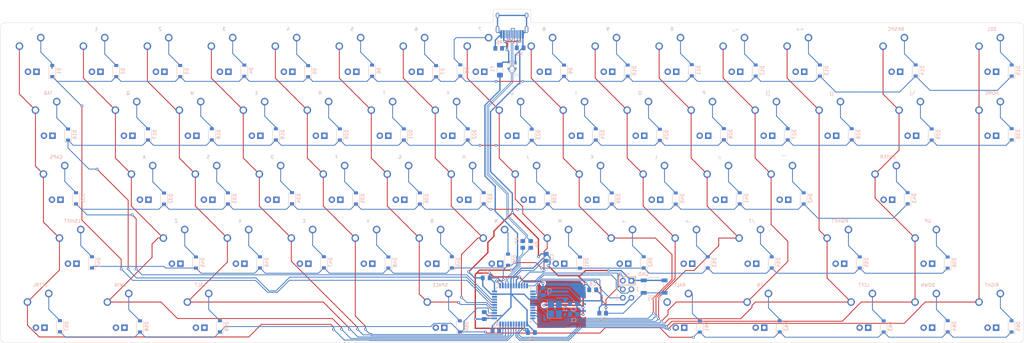
<source format=kicad_pcb>
(kicad_pcb (version 20211014) (generator pcbnew)
  (layers (0 "F.Cu" signal) (31 "B.Cu" signal) (34 "B.Paste" user) (35 "F.Paste" user) (36 "B.SilkS" user "B.Silkscreen") (37 "F.SilkS" user "F.Silkscreen") (38 "B.Mask" user) (39 "F.Mask" user) (44 "Edge.Cuts" user))
  (net 0 "")
  (net 1 "XTAL1")
  (net 2 "GND")
  (net 3 "XTAL2")
  (net 4 "Net-(C3-Pad1)")
  (net 5 "+5V")
  (net 6 "row0")
  (net 7 "Net-(D1-Pad2)")
  (net 8 "Net-(D2-Pad2)")
  (net 9 "Net-(D3-Pad2)")
  (net 10 "Net-(D4-Pad2)")
  (net 11 "Net-(D5-Pad2)")
  (net 12 "Net-(D6-Pad2)")
  (net 13 "Net-(D7-Pad2)")
  (net 14 "Net-(D8-Pad2)")
  (net 15 "Net-(D9-Pad2)")
  (net 16 "Net-(D10-Pad2)")
  (net 17 "Net-(D11-Pad2)")
  (net 18 "Net-(D12-Pad2)")
  (net 19 "Net-(D13-Pad2)")
  (net 20 "Net-(D14-Pad2)")
  (net 21 "Net-(D15-Pad2)")
  (net 22 "row1")
  (net 23 "Net-(D16-Pad2)")
  (net 24 "Net-(D17-Pad2)")
  (net 25 "Net-(D18-Pad2)")
  (net 26 "Net-(D19-Pad2)")
  (net 27 "Net-(D20-Pad2)")
  (net 28 "Net-(D21-Pad2)")
  (net 29 "Net-(D22-Pad2)")
  (net 30 "Net-(D23-Pad2)")
  (net 31 "Net-(D24-Pad2)")
  (net 32 "Net-(D25-Pad2)")
  (net 33 "Net-(D26-Pad2)")
  (net 34 "Net-(D27-Pad2)")
  (net 35 "Net-(D28-Pad2)")
  (net 36 "Net-(D29-Pad2)")
  (net 37 "Net-(D30-Pad2)")
  (net 38 "row2")
  (net 39 "Net-(D31-Pad2)")
  (net 40 "Net-(D32-Pad2)")
  (net 41 "Net-(D33-Pad2)")
  (net 42 "Net-(D34-Pad2)")
  (net 43 "Net-(D35-Pad2)")
  (net 44 "Net-(D36-Pad2)")
  (net 45 "Net-(D37-Pad2)")
  (net 46 "Net-(D38-Pad2)")
  (net 47 "Net-(D39-Pad2)")
  (net 48 "Net-(D40-Pad2)")
  (net 49 "Net-(D41-Pad2)")
  (net 50 "Net-(D42-Pad2)")
  (net 51 "Net-(D43-Pad2)")
  (net 52 "row3")
  (net 53 "Net-(D44-Pad2)")
  (net 54 "Net-(D45-Pad2)")
  (net 55 "Net-(D46-Pad2)")
  (net 56 "Net-(D47-Pad2)")
  (net 57 "Net-(D48-Pad2)")
  (net 58 "Net-(D49-Pad2)")
  (net 59 "Net-(D50-Pad2)")
  (net 60 "Net-(D51-Pad2)")
  (net 61 "Net-(D52-Pad2)")
  (net 62 "Net-(D53-Pad2)")
  (net 63 "Net-(D54-Pad2)")
  (net 64 "Net-(D55-Pad2)")
  (net 65 "Net-(D56-Pad2)")
  (net 66 "row4")
  (net 67 "Net-(D57-Pad2)")
  (net 68 "Net-(D58-Pad2)")
  (net 69 "Net-(D59-Pad2)")
  (net 70 "Net-(D60-Pad2)")
  (net 71 "Net-(D61-Pad2)")
  (net 72 "Net-(D62-Pad2)")
  (net 73 "Net-(D63-Pad2)")
  (net 74 "Net-(D64-Pad2)")
  (net 75 "Net-(D65-Pad2)")
  (net 76 "VCC")
  (net 77 "MISO")
  (net 78 "SCK")
  (net 79 "MOSI")
  (net 80 "RESET")
  (net 81 "Net-(R2-Pad1)")
  (net 82 "DN")
  (net 83 "D-")
  (net 84 "DP")
  (net 85 "D+")
  (net 86 "Net-(R5-Pad1)")
  (net 87 "Net-(R6-Pad1)")
  (net 88 "col0")
  (net 89 "col1")
  (net 90 "col2")
  (net 91 "col3")
  (net 92 "col4")
  (net 93 "col5")
  (net 94 "col6")
  (net 95 "col7")
  (net 96 "col8")
  (net 97 "col9")
  (net 98 "col10")
  (net 99 "col11")
  (net 100 "col12")
  (net 101 "col13")
  (net 102 "col14")
  (footprint "MX_Only:MXOnly-1U" (layer "F.Cu") (at 255.5875 57.15)
    (fp_text reference "SW11")
    (fp_text value "0")
  )
  (footprint "MX_Only:MXOnly-1U" (layer "F.Cu") (at 227.0125 76.2)
    (fp_text reference "SW24")
    (fp_text value "I")
  )
  (footprint "MX_Only:MXOnly-1.75U" (layer "F.Cu") (at 72.23125 95.25)
    (fp_text reference "SW31")
    (fp_text value "CAPS")
  )
  (footprint "MX_Only:MXOnly-1.25U" (layer "F.Cu") (at 257.96875 133.35)
    (fp_text reference "SW61")
    (fp_text value "RALT")
  )
  (footprint "MX_Only:MXOnly-1U" (layer "F.Cu") (at 303.2125 76.2)
    (fp_text reference "SW28")
    (fp_text value "]}")
  )
  (footprint "MX_Only:MXOnly-1.25U" (layer "F.Cu") (at 115.09375 133.35)
    (fp_text reference "SW59")
    (fp_text value "LALT")
  )
  (footprint "MX_Only:MXOnly-1U" (layer "F.Cu") (at 250.825 95.25)
    (fp_text reference "SW40")
    (fp_text value "L")
  )
  (footprint "MX_Only:MXOnly-1U" (layer "F.Cu") (at 165.1 114.3)
    (fp_text reference "SW48")
    (fp_text value "V")
  )
  (footprint "MX_Only:MXOnly-1U" (layer "F.Cu") (at 146.05 114.3)
    (fp_text reference "SW47")
    (fp_text value "C")
  )
  (footprint "MX_Only:MXOnly-1U" (layer "F.Cu") (at 212.725 95.25)
    (fp_text reference "SW38")
    (fp_text value "J")
  )
  (footprint "MX_Only:MXOnly-1.25U" (layer "F.Cu") (at 91.28125 133.35)
    (fp_text reference "SW58")
    (fp_text value "LWIN")
  )
  (footprint "MX_Only:MXOnly-1U" (layer "F.Cu") (at 279.4 114.3)
    (fp_text reference "SW54")
    (fp_text value "/?")
  )
  (footprint "MX_Only:MXOnly-1U" (layer "F.Cu") (at 312.7375 133.35)
    (fp_text reference "SW63")
    (fp_text value "LEFT")
  )
  (footprint "MX_Only:MXOnly-1U" (layer "F.Cu") (at 112.7125 76.2)
    (fp_text reference "SW18")
    (fp_text value "W")
  )
  (footprint "MX_Only:MXOnly-1U" (layer "F.Cu") (at 117.475 95.25)
    (fp_text reference "SW33")
    (fp_text value "S")
  )
  (footprint "MX_Only:MXOnly-1.25U" (layer "F.Cu") (at 67.46875 133.35)
    (fp_text reference "SW57")
    (fp_text value "LCTRL")
  )
  (footprint "MX_Only:MXOnly-1U" (layer "F.Cu") (at 231.775 95.25)
    (fp_text reference "SW39")
    (fp_text value "K")
  )
  (footprint "MX_Only:MXOnly-1.5U" (layer "F.Cu") (at 69.85 76.2)
    (fp_text reference "SW16")
    (fp_text value "TAB")
  )
  (footprint "MX_Only:MXOnly-1U" (layer "F.Cu") (at 274.6375 57.15)
    (fp_text reference "SW12")
    (fp_text value "-_")
  )
  (footprint "MX_Only:MXOnly-1U" (layer "F.Cu") (at 169.8625 76.2)
    (fp_text reference "SW21")
    (fp_text value "T")
  )
  (footprint "MX_Only:MXOnly-1U" (layer "F.Cu") (at 131.7625 76.2)
    (fp_text reference "SW19")
    (fp_text value "E")
  )
  (footprint "MX_Only:MXOnly-1U" (layer "F.Cu") (at 222.25 114.3)
    (fp_text reference "SW51")
    (fp_text value "M")
  )
  (footprint "MX_Only:MXOnly-1U" (layer "F.Cu") (at 103.1875 57.15)
    (fp_text reference "SW3")
    (fp_text value "2")
  )
  (footprint "MX_Only:MXOnly-1U" (layer "F.Cu") (at 174.625 95.25)
    (fp_text reference "SW36")
    (fp_text value "G")
  )
  (footprint "MX_Only:MXOnly-1U" (layer "F.Cu") (at 331.7875 133.35)
    (fp_text reference "SW64")
    (fp_text value "DOWN")
  )
  (footprint "MX_Only:MXOnly-1U" (layer "F.Cu") (at 331.7875 114.3)
    (fp_text reference "SW56")
    (fp_text value "UP")
  )
  (footprint "MX_Only:MXOnly-1U" (layer "F.Cu") (at 350.8375 57.15)
    (fp_text reference "SW15")
    (fp_text value "DEL")
  )
  (footprint "MX_Only:MXOnly-1.5U" (layer "F.Cu") (at 327.025 76.2)
    (fp_text reference "SW29")
    (fp_text value "\\|")
  )
  (footprint "MX_Only:MXOnly-1U" (layer "F.Cu") (at 350.8375 133.35)
    (fp_text reference "SW65")
    (fp_text value "RIGHT")
  )
  (footprint "MX_Only:MXOnly-1U" (layer "F.Cu") (at 269.875 95.25)
    (fp_text reference "SW41")
    (fp_text value ";:")
  )
  (footprint "MX_Only:MXOnly-1U" (layer "F.Cu") (at 198.4375 57.15)
    (fp_text reference "SW8")
    (fp_text value "7")
  )
  (footprint "MX_Only:MXOnly-1U" (layer "F.Cu") (at 284.1625 76.2)
    (fp_text reference "SW27")
    (fp_text value "[{")
  )
  (footprint "MX_Only:MXOnly-1U" (layer "F.Cu") (at 246.0625 76.2)
    (fp_text reference "SW25")
    (fp_text value "O")
  )
  (footprint "MX_Only:MXOnly-2U" (layer "F.Cu") (at 322.2625 57.15)
    (fp_text reference "SW14")
    (fp_text value "BKSPC")
  )
  (footprint "MX_Only:MXOnly-1U" (layer "F.Cu") (at 179.3875 57.15)
    (fp_text reference "SW7")
    (fp_text value "6")
  )
  (footprint "MX_Only:MXOnly-1U" (layer "F.Cu") (at 98.425 95.25)
    (fp_text reference "SW32")
    (fp_text value "A")
  )
  (footprint "MX_Only:MXOnly-1U" (layer "F.Cu") (at 141.2875 57.15)
    (fp_text reference "SW5")
    (fp_text value "4")
  )
  (footprint "MX_Only:MXOnly-1U" (layer "F.Cu") (at 107.95 114.3)
    (fp_text reference "SW45")
    (fp_text value "Z")
  )
  (footprint "MX_Only:MXOnly-1U" (layer "F.Cu") (at 65.0875 57.15)
    (fp_text reference "SW1")
    (fp_text value "`~")
  )
  (footprint "MX_Only:MXOnly-1U" (layer "F.Cu") (at 150.8125 76.2)
    (fp_text reference "SW20")
    (fp_text value "R")
  )
  (footprint "MX_Only:MXOnly-1U" (layer "F.Cu") (at 184.15 114.3)
    (fp_text reference "SW49")
    (fp_text value "B")
  )
  (footprint "MX_Only:MXOnly-1.75U" (layer "F.Cu") (at 305.59375 114.3)
    (fp_text reference "SW55")
    (fp_text value "RSHIFT")
  )
  (footprint "MX_Only:MXOnly-1.25U" (layer "F.Cu") (at 281.78125 133.35)
    (fp_text reference "SW62")
    (fp_text value "FN")
  )
  (footprint "MX_Only:MXOnly-6.25U-ReversedStabilizers" (layer "F.Cu") (at 186.53125 133.35)
    (fp_text reference "SW60")
    (fp_text value "SPACE")
  )
  (footprint "MX_Only:MXOnly-1U" (layer "F.Cu") (at 236.5375 57.15)
    (fp_text reference "SW10")
    (fp_text value "9")
  )
  (footprint "MX_Only:MXOnly-1U" (layer "F.Cu") (at 207.9625 76.2)
    (fp_text reference "SW23")
    (fp_text value "U")
  )
  (footprint "MX_Only:MXOnly-1U" (layer "F.Cu") (at 93.6625 76.2)
    (fp_text reference "SW17")
    (fp_text value "Q")
  )
  (footprint "MX_Only:MXOnly-1U" (layer "F.Cu") (at 260.35 114.3)
    (fp_text reference "SW53")
    (fp_text value ".>")
  )
  (footprint "MX_Only:MXOnly-1U" (layer "F.Cu") (at 293.6875 57.15)
    (fp_text reference "SW13")
    (fp_text value "=+")
  )
  (footprint "MX_Only:MXOnly-1U" (layer "F.Cu") (at 127 114.3)
    (fp_text reference "SW46")
    (fp_text value "X")
  )
  (footprint "MX_Only:MXOnly-1U" (layer "F.Cu") (at 217.4875 57.15)
    (fp_text reference "SW9")
    (fp_text value "8")
  )
  (footprint "MX_Only:MXOnly-1U" (layer "F.Cu") (at 155.575 95.25)
    (fp_text reference "SW35")
    (fp_text value "F")
  )
  (footprint "MX_Only:MXOnly-1U" (layer "F.Cu") (at 203.2 114.3)
    (fp_text reference "SW50")
    (fp_text value "N")
  )
  (footprint "MX_Only:MXOnly-1U" (layer "F.Cu") (at 193.675 95.25)
    (fp_text reference "SW37")
    (fp_text value "H")
  )
  (footprint "MX_Only:MXOnly-2.25U" (layer "F.Cu") (at 319.88125 95.25)
    (fp_text reference "SW43")
    (fp_text value "ENTER")
  )
  (footprint "MX_Only:MXOnly-1U" (layer "F.Cu") (at 136.525 95.25)
    (fp_text reference "SW34")
    (fp_text value "D")
  )
  (footprint "MX_Only:MXOnly-1U" (layer "F.Cu") (at 288.925 95.25)
    (fp_text reference "SW42")
    (fp_text value "'\"")
  )
  (footprint "MX_Only:MXOnly-1U" (layer "F.Cu") (at 265.1125 76.2)
    (fp_text reference "SW26")
    (fp_text value "P")
  )
  (footprint "MX_Only:MXOnly-1U" (layer "F.Cu") (at 188.9125 76.2)
    (fp_text reference "SW22")
    (fp_text value "Y")
  )
  (footprint "MX_Only:MXOnly-1U" (layer "F.Cu") (at 122.2375 57.15)
    (fp_text reference "SW4")
    (fp_text value "3")
  )
  (footprint "MX_Only:MXOnly-1U" (layer "F.Cu") (at 160.3375 57.15)
    (fp_text reference "SW6")
    (fp_text value "5")
  )
  (footprint "MX_Only:MXOnly-1U" (layer "F.Cu") (at 84.1375 57.15)
    (fp_text reference "SW2")
    (fp_text value "1")
  )
  (footprint "MX_Only:MXOnly-1U" (layer "F.Cu") (at 350.8375 76.2)
    (fp_text reference "SW30")
    (fp_text value "HOME")
  )
  (footprint "MX_Only:MXOnly-1U" (layer "F.Cu") (at 241.3 114.3)
    (fp_text reference "SW52")
    (fp_text value ",<")
  )
  (footprint "MX_Only:MXOnly-2.25U" (layer "F.Cu") (at 76.99375 114.3)
    (fp_text reference "SW44")
    (fp_text value "LSHIFT")
  )
  (footprint "Diode_SMD:D_SOD-123" (layer "B.Cu") (at 263.89622 138.08959 90)
    (fp_text reference "D61")
    (fp_text value "D")
  )
  (footprint "Diode_SMD:D_SOD-123" (layer "B.Cu") (at 120.98505 138.029968 90)
    (fp_text reference "D59")
    (fp_text value "D")
  )
  (footprint "Diode_SMD:D_SOD-123" (layer "B.Cu") (at 137.63504 80.869921 90)
    (fp_text reference "D19")
    (fp_text value "D")
  )
  (footprint "Diode_SMD:D_SOD-123" (layer "B.Cu") (at 99.565183 80.868709 90)
    (fp_text reference "D17")
    (fp_text value "D")
  )
  (footprint "Diode_SMD:D_SOD-123" (layer "B.Cu") (at 275.762226 99.915732 90)
    (fp_text reference "D41")
    (fp_text value "D")
  )
  (footprint "Capacitor_SMD:C_0805_2012Metric_Pad1.18x1.45mm_HandSolder" (layer "B.Cu") (at 200.276691 123.608059 180)
    (fp_text reference "C6")
    (fp_text value "0.1u")
  )
  (footprint "Diode_SMD:D_SOD-123" (layer "B.Cu") (at 261.496938 61.775118 90)
    (fp_text reference "D11")
    (fp_text value "D")
  )
  (footprint "Diode_SMD:D_SOD-123" (layer "B.Cu") (at 309.119393 80.835757 90)
    (fp_text reference "D28")
    (fp_text value "D")
  )
  (footprint "Diode_SMD:D_SOD-123" (layer "B.Cu") (at 337.672962 119.053915 90)
    (fp_text reference "D56")
    (fp_text value "D")
  )
  (footprint "Capacitor_SMD:C_0805_2012Metric_Pad1.18x1.45mm_HandSolder" (layer "B.Cu") (at 218.151046 117.489485 90)
    (fp_text reference "C3")
    (fp_text value "1u")
  )
  (footprint "Diode_SMD:D_SOD-123" (layer "B.Cu") (at 190.042796 118.960931 90)
    (fp_text reference "D49")
    (fp_text value "D")
  )
  (footprint "Diode_SMD:D_SOD-123" (layer "B.Cu") (at 206.76875 118.189433 90)
    (fp_text reference "D50")
    (fp_text value "D")
  )
  (footprint "Diode_SMD:D_SOD-123" (layer "B.Cu") (at 213.829592 80.975706 90)
    (fp_text reference "D23")
    (fp_text value "D")
  )
  (footprint "Diode_SMD:D_SOD-123" (layer "B.Cu") (at 294.803937 99.928797 90)
    (fp_text reference "D42")
    (fp_text value "D")
  )
  (footprint "Diode_SMD:D_SOD-123" (layer "B.Cu") (at 356.734925 80.835233 90)
    (fp_text reference "D30")
    (fp_text value "D")
  )
  (footprint "Diode_SMD:D_SOD-123" (layer "B.Cu") (at 266.240103 118.998038 90)
    (fp_text reference "D53")
    (fp_text value "D")
  )
  (footprint "random-keyboard-parts:Reset_Pretty-Mask" (layer "B.Cu") (at 242.223123 127.003252)
    (fp_text reference "J1")
    (fp_text value "AVR-ISP-6")
  )
  (footprint "Diode_SMD:D_SOD-123" (layer "B.Cu") (at 90.09375 62.0125 90)
    (fp_text reference "D2")
    (fp_text value "D")
  )
  (footprint "Diode_SMD:D_SOD-123" (layer "B.Cu") (at 185.34375 62.0625 90)
    (fp_text reference "D7")
    (fp_text value "D")
  )
  (footprint "Capacitor_SMD:C_0805_2012Metric_Pad1.18x1.45mm_HandSolder" (layer "B.Cu") (at 226.281913 131.303624)
    (fp_text reference "C2")
    (fp_text value "22p")
  )
  (footprint "random-keyboard-parts:SOT143B" (layer "B.Cu") (at 207.9625 60.325 180)
    (fp_text reference "U2")
    (fp_text value "PRTR5V0U2X")
  )
  (footprint "Diode_SMD:D_SOD-123" (layer "B.Cu") (at 237.655378 99.951434 90)
    (fp_text reference "D39")
    (fp_text value "D")
  )
  (footprint "Diode_SMD:D_SOD-123" (layer "B.Cu") (at 82.867591 118.972553 90)
    (fp_text reference "D44")
    (fp_text value "D")
  )
  (footprint "Diode_SMD:D_SOD-123" (layer "B.Cu") (at 251.982936 80.996221 90)
    (fp_text reference "D25")
    (fp_text value "D")
  )
  (footprint "Diode_SMD:D_SOD-123" (layer "B.Cu") (at 109.14375 62.0125 90)
    (fp_text reference "D3")
    (fp_text value "D")
  )
  (footprint "Diode_SMD:D_SOD-123" (layer "B.Cu") (at 113.830769 119.030899 90)
    (fp_text reference "D45")
    (fp_text value "D")
  )
  (footprint "Diode_SMD:D_SOD-123" (layer "B.Cu") (at 118.565736 80.851915 90)
    (fp_text reference "D18")
    (fp_text value "D")
  )
  (footprint "Diode_SMD:D_SOD-123" (layer "B.Cu") (at 218.605573 99.951043 90)
    (fp_text reference "D38")
    (fp_text value "D")
  )
  (footprint "Diode_SMD:D_SOD-123" (layer "B.Cu") (at 171.133465 119.03812 90)
    (fp_text reference "D48")
    (fp_text value "D")
  )
  (footprint "Resistor_SMD:R_0805_2012Metric_Pad1.20x1.40mm_HandSolder" (layer "B.Cu") (at 211.150422 113.654332 -90)
    (fp_text reference "R3")
    (fp_text value "22")
  )
  (footprint "Diode_SMD:D_SOD-123" (layer "B.Cu") (at 311.500508 119.010917 90)
    (fp_text reference "D55")
    (fp_text value "D")
  )
  (footprint "Diode_SMD:D_SOD-123" (layer "B.Cu") (at 71.0375 62 90)
    (fp_text reference "D1")
    (fp_text value "D")
  )
  (footprint "Diode_SMD:D_SOD-123" (layer "B.Cu") (at 147.24375 62.0625 90)
    (fp_text reference "D5")
    (fp_text value "D")
  )
  (footprint "Capacitor_SMD:C_0805_2012Metric_Pad1.18x1.45mm_HandSolder" (layer "B.Cu") (at 231.980098 127.151485 180)
    (fp_text reference "C8")
    (fp_text value "10u")
  )
  (footprint "Resistor_SMD:R_0805_2012Metric_Pad1.20x1.40mm_HandSolder" (layer "B.Cu") (at 203.99375 55.261263 180)
    (fp_text reference "R6")
    (fp_text value "5.1k")
  )
  (footprint "Diode_SMD:D_SOD-123" (layer "B.Cu") (at 75.752308 80.944908 90)
    (fp_text reference "D16")
    (fp_text value "D")
  )
  (footprint "Diode_SMD:D_SOD-123" (layer "B.Cu") (at 356.73805 61.867854 90)
    (fp_text reference "D15")
    (fp_text value "D")
  )
  (footprint "Diode_SMD:D_SOD-123" (layer "B.Cu") (at 161.482546 99.95648 90)
    (fp_text reference "D35")
    (fp_text value "D")
  )
  (footprint "Package_QFP:TQFP-44_10x10mm_P0.8mm" (layer "B.Cu") (at 208.435753 131.661707 -90)
    (fp_text reference "U1")
    (fp_text value "ATmega32U4-A")
  )
  (footprint "Button_Switch_SMD:SW_SPST_SKQG_WithStem" (layer "B.Cu") (at 250.2669 126.20625)
    (fp_text reference "RSW1")
    (fp_text value "SW_PUSH_RESET")
  )
  (footprint "Fuse:Fuse_1206_3216Metric_Pad1.42x1.75mm_HandSolder" (layer "B.Cu") (at 204.356967 61.731928 -90)
    (fp_text reference "F1")
    (fp_text value "500m")
  )
  (footprint "Diode_SMD:D_SOD-123" (layer "B.Cu") (at 151.93736 118.959126 90)
    (fp_text reference "D47")
    (fp_text value "D")
  )
  (footprint "Capacitor_SMD:C_0805_2012Metric_Pad1.18x1.45mm_HandSolder" (layer "B.Cu") (at 217.167003 127.690457 -90)
    (fp_text reference "C7")
    (fp_text value "0.1u")
  )
  (footprint "Crystal:Crystal_SMD_3225-4Pin_3.2x2.5mm_HandSoldering" (layer "B.Cu") (at 220.725663 132.893624 90)
    (fp_text reference "Y1")
    (fp_text value "Crystal_GND24_Small")
  )
  (footprint "Diode_SMD:D_SOD-123" (layer "B.Cu") (at 97.177278 138.054695 90)
    (fp_text reference "D58")
    (fp_text value "D")
  )
  (footprint "Diode_SMD:D_SOD-123" (layer "B.Cu") (at 228.197588 119.059086 90)
    (fp_text reference "D51")
    (fp_text value "D")
  )
  (footprint "Diode_SMD:D_SOD-123" (layer "B.Cu") (at 199.527272 99.889145 90)
    (fp_text reference "D37")
    (fp_text value "D")
  )
  (footprint "Resistor_SMD:R_0805_2012Metric_Pad1.20x1.40mm_HandSolder" (layer "B.Cu") (at 234.95 134.14375)
    (fp_text reference "R1")
    (fp_text value "10k")
  )
  (footprint "Diode_SMD:D_SOD-123" (layer "B.Cu") (at 78.12481 99.912584 90)
    (fp_text reference "D31")
    (fp_text value "D")
  )
  (footprint "Capacitor_SMD:C_0805_2012Metric_Pad1.18x1.45mm_HandSolder" (layer "B.Cu") (at 213.720915 139.89126)
    (fp_text reference "C4")
    (fp_text value "0.1u")
  )
  (footprint "Diode_SMD:D_SOD-123" (layer "B.Cu") (at 356.710703 138.040665 90)
    (fp_text reference "D65")
    (fp_text value "D")
  )
  (footprint "Diode_SMD:D_SOD-123" (layer "B.Cu") (at 337.692378 138.010722 90)
    (fp_text reference "D64")
    (fp_text value "D")
  )
  (footprint "Diode_SMD:D_SOD-123" (layer "B.Cu") (at 132.89208 119.001238 90)
    (fp_text reference "D46")
    (fp_text value "D")
  )
  (footprint "Diode_SMD:D_SOD-123" (layer "B.Cu") (at 299.621537 61.865858 90)
    (fp_text reference "D13")
    (fp_text value "D")
  )
  (footprint "Diode_SMD:D_SOD-123" (layer "B.Cu") (at 285.294428 119.003962 90)
    (fp_text reference "D54")
    (fp_text value "D")
  )
  (footprint "Diode_SMD:D_SOD-123" (layer "B.Cu") (at 332.920697 80.903627 90)
    (fp_text reference "D29")
    (fp_text value "D")
  )
  (footprint "Diode_SMD:D_SOD-123" (layer "B.Cu") (at 104.326708 100.003683 90)
    (fp_text reference "D32")
    (fp_text value "D")
  )
  (footprint "Diode_SMD:D_SOD-123" (layer "B.Cu") (at 180.509065 99.964167 90)
    (fp_text reference "D36")
    (fp_text value "D")
  )
  (footprint "Resistor_SMD:R_0805_2012Metric_Pad1.20x1.40mm_HandSolder" (layer "B.Cu") (at 210.377442 55.117844)
    (fp_text reference "R5")
    (fp_text value "5.1k")
  )
  (footprint "Diode_SMD:D_SOD-123" (layer "B.Cu") (at 290.059887 80.858139 90)
    (fp_text reference "D27")
    (fp_text value "D")
  )
  (footprint "Diode_SMD:D_SOD-123" (layer "B.Cu") (at 242.39375 61.898508 90)
    (fp_text reference "D10")
    (fp_text value "D")
  )
  (footprint "Diode_SMD:D_SOD-123" (layer "B.Cu") (at 287.668218 138.024488 90)
    (fp_text reference "D62")
    (fp_text value "D")
  )
  (footprint "Diode_SMD:D_SOD-123" (layer "B.Cu") (at 328.144363 61.840206 90)
    (fp_text reference "D14")
    (fp_text value "D")
  )
  (footprint "Diode_SMD:D_SOD-123" (layer "B.Cu") (at 325.762185 99.890773 90)
    (fp_text reference "D43")
    (fp_text value "D")
  )
  (footprint "Diode_SMD:D_SOD-123" (layer "B.Cu") (at 318.627947 138.061482 90)
    (fp_text reference "D63")
    (fp_text value "D")
  )
  (footprint "Type-C:HRO-TYPE-C-31-M-12-HandSoldering" (layer "B.Cu") (at 207.9625 42.8625)
    (fp_text reference "USB1")
    (fp_text value "HRO-TYPE-C-31-M-12")
  )
  (footprint "Diode_SMD:D_SOD-123" (layer "B.Cu") (at 192.421075 138.040052 90)
    (fp_text reference "D60")
    (fp_text value "D")
  )
  (footprint "Diode_SMD:D_SOD-123" (layer "B.Cu") (at 156.689261 80.893578 90)
    (fp_text reference "D20")
    (fp_text value "D")
  )
  (footprint "Capacitor_SMD:C_0805_2012Metric_Pad1.18x1.45mm_HandSolder" (layer "B.Cu") (at 226.281913 134.478624)
    (fp_text reference "C1")
    (fp_text value "22p")
  )
  (footprint "Resistor_SMD:R_0805_2012Metric_Pad1.20x1.40mm_HandSolder" (layer "B.Cu") (at 203.140337 139.337733 180)
    (fp_text reference "R2")
    (fp_text value "10k")
  )
  (footprint "Diode_SMD:D_SOD-123" (layer "B.Cu") (at 192.557821 61.816304 90)
    (fp_text reference "D8")
    (fp_text value "D")
  )
  (footprint "Diode_SMD:D_SOD-123" (layer "B.Cu") (at 232.904074 80.882383 90)
    (fp_text reference "D24")
    (fp_text value "D")
  )
  (footprint "Resistor_SMD:R_0805_2012Metric_Pad1.20x1.40mm_HandSolder" (layer "B.Cu") (at 213.531672 113.654332 -90)
    (fp_text reference "R4")
    (fp_text value "22")
  )
  (footprint "Diode_SMD:D_SOD-123" (layer "B.Cu") (at 271.035605 80.825849 90)
    (fp_text reference "D26")
    (fp_text value "D")
  )
  (footprint "Diode_SMD:D_SOD-123" (layer "B.Cu") (at 142.439817 99.873749 90)
    (fp_text reference "D34")
    (fp_text value "D")
  )
  (footprint "Diode_SMD:D_SOD-123" (layer "B.Cu") (at 247.166863 118.971909 90)
    (fp_text reference "D52")
    (fp_text value "D")
  )
  (footprint "Diode_SMD:D_SOD-123" (layer "B.Cu") (at 128.2375 61.9125 90)
    (fp_text reference "D4")
    (fp_text value "D")
  )
  (footprint "Capacitor_SMD:C_0805_2012Metric_Pad1.18x1.45mm_HandSolder" (layer "B.Cu") (at 199.704503 134.834207 90)
    (fp_text reference "C5")
    (fp_text value "0.1u")
  )
  (footprint "Diode_SMD:D_SOD-123" (layer "B.Cu") (at 73.337272 137.988265 90)
    (fp_text reference "D57")
    (fp_text value "D")
  )
  (footprint "Diode_SMD:D_SOD-123" (layer "B.Cu") (at 256.705378 99.98129 90)
    (fp_text reference "D40")
    (fp_text value "D")
  )
  (footprint "Diode_SMD:D_SOD-123" (layer "B.Cu") (at 223.4375 61.9125 90)
    (fp_text reference "D9")
    (fp_text value "D")
  )
  (footprint "Diode_SMD:D_SOD-123" (layer "B.Cu") (at 175.743242 80.893963 90)
    (fp_text reference "D21")
    (fp_text value "D")
  )
  (footprint "Diode_SMD:D_SOD-123" (layer "B.Cu") (at 280.510254 61.880872 90)
    (fp_text reference "D12")
    (fp_text value "D")
  )
  (footprint "Diode_SMD:D_SOD-123" (layer "B.Cu") (at 123.353982 99.944891 90)
    (fp_text reference "D33")
    (fp_text value "D")
  )
  (footprint "Diode_SMD:D_SOD-123" (layer "B.Cu") (at 194.764424 80.871863 90)
    (fp_text reference "D22")
    (fp_text value "D")
  )
  (footprint "Diode_SMD:D_SOD-123" (layer "B.Cu") (at 166.29375 61.9125 90)
    (fp_text reference "D6")
    (fp_text value "D")
  )
  (gr_line (start 214.3125 47.625) (end 358.775 47.625) (layer "Edge.Cuts") (width 0.1))
  (gr_line (start 57.15 47.625) (end 201.6125 47.625) (layer "Edge.Cuts") (width 0.1))
  (gr_arc (start 214.3125 47.625) (mid 213.751234 47.392516) (end 213.51875 46.83125) (layer "Edge.Cuts") (width 0.1))
  (gr_arc (start 360.3625 141.2875) (mid 359.897532 142.410032) (end 358.775 142.875) (layer "Edge.Cuts") (width 0.1))
  (gr_line (start 213.51875 46.83125) (end 213.51875 43.65625) (layer "Edge.Cuts") (width 0.1))
  (gr_line (start 360.3625 49.2125) (end 360.3625 141.2875) (layer "Edge.Cuts") (width 0.1))
  (gr_arc (start 358.775 47.625) (mid 359.897532 48.089968) (end 360.3625 49.2125) (layer "Edge.Cuts") (width 0.1))
  (gr_arc (start 55.5625 49.2125) (mid 56.027468 48.089968) (end 57.15 47.625) (layer "Edge.Cuts") (width 0.1))
  (gr_arc (start 57.15 142.875) (mid 56.027468 142.410032) (end 55.5625 141.2875) (layer "Edge.Cuts") (width 0.1))
  (gr_line (start 202.40625 46.83125) (end 202.40625 43.65625) (layer "Edge.Cuts") (width 0.1))
  (gr_line (start 358.775 142.875) (end 57.15 142.875) (layer "Edge.Cuts") (width 0.1))
  (gr_line (start 55.5625 141.2875) (end 55.5625 49.2125) (layer "Edge.Cuts") (width 0.1))
  (gr_arc (start 202.40625 46.83125) (mid 202.173766 47.392516) (end 201.6125 47.625) (layer "Edge.Cuts") (width 0.1))
  (gr_line (start 202.40625 43.65625) (end 213.51875 43.65625) (layer "Edge.Cuts") (width 0.1))
  (segment (start 218.398253 134.549207) (end 215.510753 131.661707) (width 0.25) (layer "B.Cu") (net 1))
  (segment (start 219.674093 136.582045) (end 218.398253 135.306205) (width 0.25) (layer "B.Cu") (net 1))
  (segment (start 219.575663 134.343624) (end 218.603836 134.343624) (width 0.25) (layer "B.Cu") (net 1))
  (segment (start 225.244413 134.478624) (end 223.140992 136.582045) (width 0.25) (layer "B.Cu") (net 1))
  (segment (start 218.398253 135.306205) (end 218.398253 134.549207) (width 0.25) (layer "B.Cu") (net 1))
  (segment (start 223.140992 136.582045) (end 219.674093 136.582045) (width 0.25) (layer "B.Cu") (net 1))
  (segment (start 218.603836 134.343624) (end 218.398253 134.549207) (width 0.25) (layer "B.Cu") (net 1))
  (segment (start 215.510753 131.661707) (end 214.135753 131.661707) (width 0.25) (layer "B.Cu") (net 1))
  (segment (start 218.703107 119.984586) (end 218.720494 119.984586) (width 0.381) (layer "F.Cu") (net 2))
  (segment (start 236.654057 121.415896) (end 236.680586 121.442425) (width 0.381) (layer "F.Cu") (net 2))
  (segment (start 195.018107 121.829666) (end 200.765599 116.082174) (width 0.381) (layer "F.Cu") (net 2))
  (segment (start 229.141651 134.518928) (end 229.112967 134.490244) (width 0.381) (layer "F.Cu") (net 2))
  (segment (start 227.704291 123.037023) (end 227.704291 122.962) (width 0.381) (layer "F.Cu") (net 2))
  (segment (start 215.83142 117.298384) (end 215.83142 111.96869) (width 0.381) (layer "F.Cu") (net 2))
  (segment (start 229.112967 132.410672) (end 229.112967 126.712167) (width 0.381) (layer "F.Cu") (net 2))
  (segment (start 229.82995 121.415896) (end 236.654057 121.415896) (width 0.381) (layer "F.Cu") (net 2))
  (segment (start 229.112967 134.490244) (end 229.112967 126.712167) (width 0.381) (layer "F.Cu") (net 2))
  (segment (start 202.583445 111.220262) (end 202.583445 109.661405) (width 0.381) (layer "F.Cu") (net 2))
  (segment (start 229.957894 125.290626) (end 227.704291 123.037023) (width 0.381) (layer "F.Cu") (net 2))
  (segment (start 228.283846 122.962) (end 229.82995 121.415896) (width 0.381) (layer "F.Cu") (net 2))
  (segment (start 202.583445 109.661405) (end 208.05379 104.19106) (width 0.381) (layer "F.Cu") (net 2))
  (segment (start 229.112967 126.135553) (end 229.957894 125.290626) (width 0.381) (layer "F.Cu") (net 2))
  (segment (start 229.112967 126.712167) (end 229.112967 126.135553) (width 0.381) (layer "F.Cu") (net 2))
  (segment (start 217.481706 131.765288) (end 228.467583 131.765288) (width 0.381) (layer "F.Cu") (net 2))
  (segment (start 227.704291 122.962) (end 228.283846 122.962) (width 0.381) (layer "F.Cu") (net 2))
  (segment (start 228.467583 131.765288) (end 229.112967 132.410672) (width 0.381) (layer "F.Cu") (net 2))
  (segment (start 200.765599 113.038108) (end 202.583445 111.220262) (width 0.381) (layer "F.Cu") (net 2))
  (segment (start 221.697908 122.962) (end 227.704291 122.962) (width 0.381) (layer "F.Cu") (net 2))
  (segment (start 218.720494 119.984586) (end 221.697908 122.962) (width 0.381) (layer "F.Cu") (net 2))
  (segment (start 200.765599 116.082174) (end 200.765599 113.038108) (width 0.381) (layer "F.Cu") (net 2))
  (segment (start 215.83142 111.96869) (end 208.05379 104.19106) (width 0.381) (layer "F.Cu") (net 2))
  (via (at 229.957894 125.290626) (size 0.8) (drill 0.4) (layers "F.Cu" "B.Cu") (net 2))
  (via (at 217.481706 131.765288) (size 0.8) (drill 0.4) (layers "F.Cu" "B.Cu") (net 2))
  (via (at 236.680586 121.442425) (size 0.8) (drill 0.4) (layers "F.Cu" "B.Cu") (net 2))
  (via (at 218.703107 119.984586) (size 0.8) (drill 0.4) (layers "F.Cu" "B.Cu") (net 2))
  (via (at 195.018107 121.829666) (size 0.8) (drill 0.4) (layers "F.Cu" "B.Cu") (net 2))
  (via (at 229.112967 132.410672) (size 0.8) (drill 0.4) (layers "F.Cu" "B.Cu") (net 2))
  (via (at 215.83142 117.298384) (size 0.8) (drill 0.4) (layers "F.Cu" "B.Cu") (net 2))
  (via (at 208.05379 104.19106) (size 0.8) (drill 0.4) (layers "F.Cu" "B.Cu") (net 2))
  (via (at 229.141651 134.518928) (size 0.8) (drill 0.4) (layers "F.Cu" "B.Cu") (net 2))
  (segment (start 227.319413 132.247624) (end 226.203913 133.363124) (width 0.381) (layer "B.Cu") (net 2))
  (segment (start 221.875663 133.93911) (end 221.875663 134.343624) (width 0.381) (layer "B.Cu") (net 2))
  (segment (start 202.097458 139.294854) (end 202.140337 139.337733) (width 0.381) (layer "B.Cu") (net 2))
  (segment (start 221.875663 133.973668) (end 219.575663 131.673668) (width 0.381) (layer "B.Cu") (net 2))
  (segment (start 224.743746 128.727957) (end 217.167003 128.727957) (width 0.381) (layer "B.Cu") (net 2))
  (segment (start 203.6425 49.9625) (end 204.7375 51.0575) (width 0.381) (layer "B.Cu") (net 2))
  (segment (start 217.80337 131.443624) (end 217.481706 131.765288) (width 0.381) (layer "B.Cu") (net 2))
  (segment (start 216.677819 116.451985) (end 215.83142 117.298384) (width 0.381) (layer "B.Cu") (net 2))
  (segment (start 205.575543 134.415917) (end 207.635753 132.355707) (width 0.381) (layer "B.Cu") (net 2))
  (segment (start 211.1875 54.927902) (end 211.1875 51.0575) (width 0.381) (layer "B.Cu") (net 2))
  (segment (start 212.435753 133.189126) (end 207.635753 128.389126) (width 0.381) (layer "B.Cu") (net 2))
  (segment (start 209.931588 56.313546) (end 208.9625 57.282634) (width 0.381) (layer "B.Cu") (net 2))
  (segment (start 214.758415 139.684369) (end 212.435753 137.361707) (width 0.381) (layer "B.Cu") (net 2))
  (segment (start 208.058148 104.186702) (end 208.05379 104.19106) (width 0.381) (layer "B.Cu") (net 2))
  (segment (start 219.266546 119.421147) (end 219.266546 117.567485) (width 0.381) (layer "B.Cu") (net 2))
  (segment (start 201.700906 128.461707) (end 202.735753 128.461707) (width 0.381) (layer "B.Cu") (net 2))
  (segment (start 207.635753 132.355707) (end 207.635753 128.389126) (width 0.381) (layer "B.Cu") (net 2))
  (segment (start 243.493123 124.463252) (end 240.472296 121.442425) (width 0.381) (layer "B.Cu") (net 2))
  (segment (start 227.319413 134.478624) (end 229.101347 134.478624) (width 0.381) (layer "B.Cu") (net 2))
  (segment (start 212.435753 137.361707) (end 212.435753 133.189126) (width 0.381) (layer "B.Cu") (net 2))
  (segment (start 221.875663 134.343624) (end 221.875663 133.973668) (width 0.381) (layer "B.Cu") (net 2))
  (segment (start 219.266546 117.567485) (end 218.151046 116.451985) (width 0.381) (layer "B.Cu") (net 2))
  (segment (start 227.319413 131.303624) (end 227.319413 132.247624) (width 0.381) (layer "B.Cu") (net 2))
  (segment (start 203.6425 49.6425) (end 203.6425 45.4625) (width 0.381) (layer "B.Cu") (net 2))
  (segment (start 227.319413 131.303624) (end 224.743746 128.727957) (width 0.381) (layer "B.Cu") (net 2))
  (segment (start 201.566999 74.10226) (end 201.566999 91.961485) (width 0.381) (layer "B.Cu") (net 2))
  (segment (start 240.472296 121.442425) (end 236.680586 121.442425) (width 0.381) (layer "B.Cu") (net 2))
  (segment (start 210.27397 65.8419) (end 209.827359 65.8419) (width 0.381) (layer "B.Cu") (net 2))
  (segment (start 222.856163 133.363124) (end 226.203913 133.363124) (width 0.381) (layer "B.Cu") (net 2))
  (segment (start 218.151046 116.451985) (end 216.677819 116.451985) (width 0.381) (layer "B.Cu") (net 2))
  (segment (start 210.27397 56.655928) (end 210.27397 65.8419) (width 0.381) (layer "B.Cu") (net 2))
  (segment (start 247.1669 124.35625) (end 243.600125 124.35625) (width 0.381) (layer "B.Cu") (net 2))
  (segment (start 203.6425 45.4625) (end 212.2825 45.4625) (width 0.381) (layer "B.Cu") (net 2))
  (segment (start 209.931588 56.313546) (end 210.27397 56.655928) (width 0.381) (layer "B.Cu") (net 2))
  (segment (start 211.529753 128.461707) (end 213.129753 130.061707) (width 0.381) (layer "B.Cu") (net 2))
  (segment (start 228.005919 131.303624) (end 229.112967 132.410672) (width 0.381) (layer "B.Cu") (net 2))
  (segment (start 221.875663 134.343624) (end 222.856163 133.363124) (width 0.381) (layer "B.Cu") (net 2))
  (segment (start 214.758415 139.89126) (end 214.758415 139.684369) (width 0.381) (layer "B.Cu") (net 2))
  (segment (start 202.097458 137.894002) (end 205.575543 134.415917) (width 0.381) (layer "B.Cu") (net 2))
  (segment (start 205.129753 134.861707) (end 205.575543 134.415917) (width 0.381) (layer "B.Cu") (net 2))
  (segment (start 218.151046 116.451985) (end 218.151046 116.805076) (width 0.381) (layer "B.Cu") (net 2))
  (segment (start 204.7375 51.0575) (end 202.99375 52.80125) (width 0.381) (layer "B.Cu") (net 2))
  (segment (start 253.3669 124.35625) (end 247.1669 124.35625) (width 0.381) (layer "B.Cu") (net 2))
  (segment (start 226.203913 133.363124) (end 227.319413 134.478624) (width 0.381) (layer "B.Cu") (net 2))
  (segment (start 201.566999 91.961485) (end 201.76565 92.160136) (width 0.381) (layer "B.Cu") (net 2))
  (segment (start 243.600125 124.35625) (end 243.493123 124.463252) (width 0.381) (layer "B.Cu") (net 2))
  (segment (start 212.2825 49.9625) (end 211.1875 51.0575) (width 0.381) (layer "B.Cu") (net 2))
  (segment (start 230.942598 126.27533) (end 229.957894 125.290626) (width 0.381) (layer "B.Cu") (net 2))
  (segment (start 207.635753 128.389126) (end 207.635753 125.961707) (width 0.381) (layer "B.Cu") (net 2))
  (segment (start 227.319413 131.303624) (end 228.005919 131.303624) (width 0.381) (layer "B.Cu") (net 2))
  (segment (start 212.2825 49.6425) (end 212.2825 49.9625) (width 0.381) (layer "B.Cu") (net 2))
  (segment (start 202.735753 128.461707) (end 211.529753 128.461707) (width 0.381) (layer "B.Cu") (net 2))
  (segment (start 199.239191 123.608059) (end 199.239191 125.999992) (width 0.381) (layer "B.Cu") (net 2))
  (segment (start 199.239191 125.999992) (end 201.700906 128.461707) (width 0.381) (layer "B.Cu") (net 2))
  (segment (start 201.76565 92.160136) (end 207.719322 98.113807) (width 0.381) (layer "B.Cu") (net 2))
  (segment (start 196.7965 123.608059) (end 195.018107 121.829666) (width 0.381) (layer "B.Cu") (net 2))
  (segment (start 212.2825 49.6425) (end 212.2825 45.4625) (width 0.381) (layer "B.Cu") (net 2))
  (segment (start 202.735753 134.861707) (end 200.769503 134.861707) (width 0.381) (layer "B.Cu") (net 2))
  (segment (start 210.738441 120.720942) (end 207.635753 123.82363) (width 0.381) (layer "B.Cu") (net 2))
  (segment (start 207.635753 123.82363) (end 207.635753 125.961707) (width 0.381) (layer "B.Cu") (net 2))
  (segment (start 215.833253 130.061707) (end 214.135753 130.061707) (width 0.381) (layer "B.Cu") (net 2))
  (segment (start 219.575663 131.443624) (end 217.80337 131.443624) (width 0.381) (layer "B.Cu") (net 2))
  (segment (start 202.99375 52.80125) (end 202.99375 55.261263) (width 0.381) (layer "B.Cu") (net 2))
  (segment (start 218.703107 119.984586) (end 219.266546 119.421147) (width 0.381) (layer "B.Cu") (net 2))
  (segment (start 202.735753 134.861707) (end 205.129753 134.861707) (width 0.381) (layer "B.Cu") (net 2))
  (segment (start 217.167003 128.727957) (end 215.833253 130.061707) (width 0.381) (layer "B.Cu") (net 2))
  (segment (start 214.23518 120.720942) (end 210.738441 120.720942) (width 0.381) (layer "B.Cu") (net 2))
  (segment (start 229.101347 134.478624) (end 229.141651 134.518928) (width 0.381) (layer "B.Cu") (net 2))
  (segment (start 219.575663 131.673668) (end 219.575663 131.443624) (width 0.381) (layer "B.Cu") (net 2))
  (segment (start 202.097458 137.894002) (end 202.097458 139.294854) (width 0.381) (layer "B.Cu") (net 2))
  (segment (start 211.377442 55.117844) (end 211.1875 54.927902) (width 0.381) (layer "B.Cu") (net 2))
  (segment (start 200.769503 134.861707) (end 199.704503 133.796707) (width 0.381) (layer "B.Cu") (net 2))
  (segment (start 203.6425 49.6425) (end 203.6425 49.9625) (width 0.381) (layer "B.Cu") (net 2))
  (segment (start 230.942598 127.151485) (end 230.942598 126.27533) (width 0.381) (layer "B.Cu") (net 2))
  (segment (start 207.719322 98.113807) (end 208.058148 98.452633) (width 0.381) (layer "B.Cu") (net 2))
  (segment (start 208.9625 57.282634) (end 208.9625 59.575) (width 0.381) (layer "B.Cu") (net 2))
  (segment (start 199.239191 123.608059) (end 196.7965 123.608059) (width 0.381) (layer "B.Cu") (net 2))
  (segment (start 213.129753 130.061707) (end 214.135753 130.061707) (width 0.381) (layer "B.Cu") (net 2))
  (segment (start 218.151046 116.805076) (end 214.23518 120.720942) (width 0.381) (layer "B.Cu") (net 2))
  (segment (start 211.445542 54.799592) (end 209.931588 56.313546) (width 0.381) (layer "B.Cu") (net 2))
  (segment (start 208.058148 98.452633) (end 208.058148 104.186702) (width 0.381) (layer "B.Cu") (net 2))
  (segment (start 209.827359 65.8419) (end 201.566999 74.10226) (width 0.381) (layer "B.Cu") (net 2))
  (segment (start 221.875663 131.443624) (end 225.104413 131.443624) (width 0.25) (layer "B.Cu") (net 3))
  (segment (start 215.762281 130.861707) (end 214.135753 130.861707) (width 0.25) (layer "B.Cu") (net 3))
  (segment (start 216.555821 130.068167) (end 215.762281 130.861707) (width 0.25) (layer "B.Cu") (net 3))
  (segment (start 220.650206 130.068167) (end 216.555821 130.068167) (width 0.25) (layer "B.Cu") (net 3))
  (segment (start 221.875663 131.293624) (end 220.650206 130.068167) (width 0.25) (layer "B.Cu") (net 3))
  (segment (start 225.104413 131.443624) (end 225.244413 131.303624) (width 0.25) (layer "B.Cu") (net 3))
  (segment (start 221.875663 131.443624) (end 221.875663 131.293624) (width 0.25) (layer "B.Cu") (net 3))
  (segment (start 208.435753 123.752658) (end 208.435753 125.961707) (width 0.25) (layer "B.Cu") (net 4))
  (segment (start 214.42933 121.42633) (end 210.762081 121.42633) (width 0.25) (layer "B.Cu") (net 4))
  (segment (start 210.762081 121.42633) (end 208.435753 123.752658) (width 0.25) (layer "B.Cu") (net 4))
  (segment (start 218.151046 118.526985) (end 217.328675 118.526985) (width 0.25) (layer "B.Cu") (net 4))
  (segment (start 217.328675 118.526985) (end 214.42933 121.42633) (width 0.25) (layer "B.Cu") (net 4))
  (segment (start 211.560253 139.012251) (end 211.174342 138.62634) (width 0.381) (layer "F.Cu") (net 5))
  (segment (start 201.314191 122.154374) (end 201.276039 122.192526) (width 0.381) (layer "F.Cu") (net 5))
  (segment (start 207.679638 121.29611) (end 198.30732 121.29611) (width 0.381) (layer "F.Cu") (net 5))
  (segment (start 211.430142 124.613968) (end 210.14171 123.325536) (width 0.381) (layer "F.Cu") (net 5))
  (segment (start 197.028868 138.62634) (end 197.016503 138.613975) (width 0.381) (layer "F.Cu") (net 5))
  (segment (start 216.543998 124.613968) (end 211.430142 124.613968) (width 0.381) (layer "F.Cu") (net 5))
  (segment (start 197.016503 138.613975) (end 197.016503 135.881847) (width 0.381) (layer "F.Cu") (net 5))
  (segment (start 197.016503 122.586927) (end 197.410904 122.192526) (width 0.381) (layer "F.Cu") (net 5))
  (segment (start 201.314191 122.154374) (end 202.485353 123.325536) (width 0.381) (layer "F.Cu") (net 5))
  (segment (start 202.485353 123.325536) (end 210.14171 123.325536) (width 0.381) (layer "F.Cu") (net 5))
  (segment (start 211.174342 138.62634) (end 197.028868 138.62634) (width 0.381) (layer "F.Cu") (net 5))
  (segment (start 198.30732 121.29611) (end 197.410904 122.192526) (width 0.381) (layer "F.Cu") (net 5))
  (segment (start 217.167003 125.236973) (end 216.543998 124.613968) (width 0.381) (layer "F.Cu") (net 5))
  (segment (start 201.276039 122.192526) (end 197.410904 122.192526) (width 0.381) (layer "F.Cu") (net 5))
  (segment (start 197.016503 135.881847) (end 197.016503 122.586927) (width 0.381) (layer "F.Cu") (net 5))
  (via (at 201.314191 122.154374) (size 0.8) (drill 0.4) (layers "F.Cu" "B.Cu") (net 5))
  (via (at 207.679638 121.29611) (size 0.8) (drill 0.4) (layers "F.Cu" "B.Cu") (net 5))
  (via (at 197.016503 135.881847) (size 0.8) (drill 0.4) (layers "F.Cu" "B.Cu") (net 5))
  (via (at 210.14171 123.325536) (size 0.8) (drill 0.4) (layers "F.Cu" "B.Cu") (net 5))
  (via (at 217.167003 125.236973) (size 0.8) (drill 0.4) (layers "F.Cu" "B.Cu") (net 5))
  (via (at 211.560253 139.012251) (size 0.8) (drill 0.4) (layers "F.Cu" "B.Cu") (net 5))
  (segment (start 233.95 132.408985) (end 234.74375 131.615235) (width 0.381) (layer "B.Cu") (net 5))
  (segment (start 199.909631 72.183024) (end 199.909631 93.311297) (width 0.381) (layer "B.Cu") (net 5))
  (segment (start 197.026643 135.871707) (end 197.016503 135.881847) (width 0.381) (layer "B.Cu") (net 5))
  (segment (start 205.235753 125.184163) (end 205.235753 125.961707) (width 0.381) (layer "B.Cu") (net 5))
  (segment (start 216.051503 127.768457) (end 216.051503 128.794256) (width 0.381) (layer "B.Cu") (net 5))
  (segment (start 212.710094 138.772945) (end 212.040991 138.772945) (width 0.381) (layer "B.Cu") (net 5))
  (segment (start 199.914503 135.661707) (end 199.704503 135.871707) (width 0.381) (layer "B.Cu") (net 5))
  (segment (start 199.704503 135.871707) (end 197.026643 135.871707) (width 0.381) (layer "B.Cu") (net 5))
  (segment (start 234.74375 130.798651) (end 234.74375 130.44794) (width 0.381) (layer "B.Cu") (net 5))
  (segment (start 209.235753 125.961707) (end 209.235753 124.231493) (width 0.381) (layer "B.Cu") (net 5))
  (segment (start 234.74375 131.615235) (end 234.74375 130.798651) (width 0.381) (layer "B.Cu") (net 5))
  (segment (start 202.735753 135.661707) (end 199.914503 135.661707) (width 0.381) (layer "B.Cu") (net 5))
  (segment (start 209.45325 117.402685) (end 209.45325 119.81807) (width 0.381) (layer "B.Cu") (net 5))
  (segment (start 234.74375 128.877637) (end 234.74375 130.798651) (width 0.381) (layer "B.Cu") (net 5))
  (segment (start 202.959072 96.360738) (end 202.959072 103.766524) (width 0.381) (layer "B.Cu") (net 5))
  (segment (start 212.683415 139.89126) (end 212.683415 138.810008) (width 0.381) (layer "B.Cu") (net 5))
  (segment (start 212.683415 138.810008) (end 212.710094 138.783329) (width 0.381) (layer "B.Cu") (net 5))
  (segment (start 243.493123 129.543252) (end 241.423941 131.612434) (width 0.381) (layer "B.Cu") (net 5))
  (segment (start 212.683415 139.89126) (end 212.439262 139.89126) (width 0.381) (layer "B.Cu") (net 5))
  (segment (start 241.423941 131.612434) (end 234.746551 131.612434) (width 0.381) (layer "B.Cu") (net 5))
  (segment (start 234.746551 131.612434) (end 234.74375 131.615235) (width 0.381) (layer "B.Cu") (net 5))
  (segment (start 212.439262 139.89126) (end 211.560253 139.012251) (width 0.381) (layer "B.Cu") (net 5))
  (segment (start 224.774589 126.652957) (end 217.167003 126.652957) (width 0.381) (layer "B.Cu") (net 5))
  (segment (start 203.659649 123.608059) (end 205.235753 125.184163) (width 0.381) (layer "B.Cu") (net 5))
  (segment (start 202.735753 125.029621) (end 202.735753 127.661707) (width 0.381) (layer "B.Cu") (net 5))
  (segment (start 233.017598 127.151485) (end 234.74375 128.877637) (width 0.381) (layer "B.Cu") (net 5))
  (segment (start 217.167003 125.236973) (end 217.167003 126.652957) (width 0.381) (layer "B.Cu") (net 5))
  (segment (start 201.314191 123.608059) (end 203.659649 123.608059) (width 0.381) (layer "B.Cu") (net 5))
  (segment (start 215.584052 129.261707) (end 214.135753 129.261707) (width 0.381) (layer "B.Cu") (net 5))
  (segment (start 212.710094 138.783329) (end 212.710094 138.772945) (width 0.381) (layer "B.Cu") (net 5))
  (segment (start 212.683415 139.89126) (end 212.413365 139.89126) (width 0.381) (layer "B.Cu") (net 5))
  (segment (start 211.635753 138.367707) (end 211.635753 137.361707) (width 0.381) (layer "B.Cu") (net 5))
  (segment (start 217.167003 126.652957) (end 216.051503 127.768457) (width 0.381) (layer "B.Cu") (net 5))
  (segment (start 209.235753 124.231493) (end 210.14171 123.325536) (width 0.381) (layer "B.Cu") (net 5))
  (segment (start 212.040991 138.772945) (end 211.635753 138.367707) (width 0.381) (layer "B.Cu") (net 5))
  (segment (start 209.595501 110.402953) (end 209.595501 117.260434) (width 0.381) (layer "B.Cu") (net 5))
  (segment (start 204.356967 63.219428) (end 204.356967 67.735688) (width 0.381) (layer "B.Cu") (net 5))
  (segment (start 209.45325 119.81807) (end 207.97521 121.29611) (width 0.381) (layer "B.Cu") (net 5))
  (segment (start 199.909631 93.311297) (end 202.959072 96.360738) (width 0.381) (layer "B.Cu") (net 5))
  (segment (start 201.314191 123.608059) (end 202.735753 125.029621) (width 0.381) (layer "B.Cu") (net 5))
  (segment (start 207.97521 121.29611) (end 207.679638 121.29611) (width 0.381) (layer "B.Cu") (net 5))
  (segment (start 228.569572 130.44794) (end 224.774589 126.652957) (width 0.381) (layer "B.Cu") (net 5))
  (segment (start 216.051503 128.794256) (end 215.584052 129.261707) (width 0.381) (layer "B.Cu") (net 5))
  (segment (start 204.356967 67.735688) (end 199.909631 72.183024) (width 0.381) (layer "B.Cu") (net 5))
  (segment (start 233.95 134.14375) (end 233.95 132.408985) (width 0.381) (layer "B.Cu") (net 5))
  (segment (start 202.959072 103.766524) (end 209.595501 110.402953) (width 0.381) (layer "B.Cu") (net 5))
  (segment (start 201.314191 122.154374) (end 201.314191 123.608059) (width 0.381) (layer "B.Cu") (net 5))
  (segment (start 234.74375 130.44794) (end 228.569572 130.44794) (width 0.381) (layer "B.Cu") (net 5))
  (segment (start 209.595501 117.260434) (end 209.45325 117.402685) (width 0.381) (layer "B.Cu") (net 5))
  (segment (start 79.865114 72.439052) (end 79.865114 106.394339) (width 0.25) (layer "F.Cu") (net 6))
  (segment (start 91.58721 118.116435) (end 91.58721 120.956126) (width 0.25) (layer "F.Cu") (net 6))
  (segment (start 79.867803 72.436363) (end 79.865114 72.439052) (width 0.25) (layer "F.Cu") (net 6))
  (segment (start 79.865114 106.394339) (end 91.58721 118.116435) (width 0.25) (layer "F.Cu") (net 6))
  (segment (start 211.1375 65.0875) (end 203.2 65.0875) (width 0.25) (layer "F.Cu") (net 6))
  (via (at 79.867803 72.436363) (size 0.8) (drill 0.4) (layers "F.Cu" "B.Cu") (net 6))
  (via (at 91.58721 120.956126) (size 0.8) (drill 0.4) (layers "F.Cu" "B.Cu") (net 6))
  (via (at 203.2 65.0875) (size 0.8) (drill 0.4) (layers "F.Cu" "B.Cu") (net 6))
  (via (at 211.1375 65.0875) (size 0.8) (drill 0.4) (layers "F.Cu" "B.Cu") (net 6))
  (segment (start 79.867803 72.436363) (end 79.839119 72.436363) (width 0.25) (layer "B.Cu") (net 6))
  (segment (start 194.53566 124.336614) (end 141.63707 124.336614) (width 0.25) (layer "B.Cu") (net 6))
  (segment (start 202.735753 131.661707) (end 201.860753 131.661707) (width 0.25) (layer "B.Cu") (net 6))
  (segment (start 304.368179 68.2625) (end 323.372069 68.2625) (width 0.25) (layer "B.Cu") (net 6))
  (segment (start 141.63707 124.336614) (end 138.059783 127.913901) (width 0.25) (layer "B.Cu") (net 6))
  (segment (start 328.144363 63.490206) (end 332.428058 67.773901) (width 0.25) (layer "B.Cu") (net 6))
  (segment (start 94.98204 124.350956) (end 91.58721 120.956126) (width 0.25) (layer "B.Cu") (net 6))
  (segment (start 332.428058 67.773901) (end 352.482003 67.773901) (width 0.25) (layer "B.Cu") (net 6))
  (segment (start 282.066882 65.0875) (end 298.049895 65.0875) (width 0.25) (layer "B.Cu") (net 6))
  (segment (start 91.51875 65.0875) (end 107.71875 65.0875) (width 0.25) (layer "B.Cu") (net 6))
  (segment (start 131.596162 124.350956) (end 94.98204 124.350956) (width 0.25) (layer "B.Cu") (net 6))
  (segment (start 71.0375 63.65) (end 72.475 65.0875) (width 0.25) (layer "B.Cu") (net 6))
  (segment (start 147.24375 63.7125) (end 148.61875 65.0875) (width 0.25) (layer "B.Cu") (net 6))
  (segment (start 194.179017 65.0875) (end 203.2 65.0875) (width 0.25) (layer "B.Cu") (net 6))
  (segment (start 183.96875 65.0875) (end 185.34375 63.7125) (width 0.25) (layer "B.Cu") (net 6))
  (segment (start 145.86875 65.0875) (end 147.24375 63.7125) (width 0.25) (layer "B.Cu") (net 6))
  (segment (start 278.953626 65.0875) (end 280.510254 63.530872) (width 0.25) (layer "B.Cu") (net 6))
  (segment (start 190.936625 65.0875) (end 192.557821 63.466304) (width 0.25) (layer "B.Cu") (net 6))
  (segment (start 298.049895 65.0875) (end 299.621537 63.515858) (width 0.25) (layer "B.Cu") (net 6))
  (segment (start 242.39375 63.548508) (end 243.932742 65.0875) (width 0.25) (layer "B.Cu") (net 6))
  (segment (start 323.372069 68.2625) (end 328.144363 63.490206) (width 0.25) (layer "B.Cu") (net 6))
  (segment (start 90.09375 63.6625) (end 91.51875 65.0875) (width 0.25) (layer "B.Cu") (net 6))
  (segment (start 164.76875 65.0875) (end 166.29375 63.5625) (width 0.25) (layer "B.Cu") (net 6))
  (segment (start 79.839119 72.436363) (end 71.052756 63.65) (width 0.25) (layer "B.Cu") (net 6))
  (segment (start 186.71875 65.0875) (end 190.936625 65.0875) (width 0.25) (layer "B.Cu") (net 6))
  (segment (start 185.34375 63.7125) (end 186.71875 65.0875) (width 0.25) (layer "B.Cu") (net 6))
  (segment (start 224.9625 65.0875) (end 240.854758 65.0875) (width 0.25) (layer "B.Cu") (net 6))
  (segment (start 280.510254 63.530872) (end 282.066882 65.0875) (width 0.25) (layer "B.Cu") (net 6))
  (segment (start 263.15932 65.0875) (end 278.953626 65.0875) (width 0.25) (layer "B.Cu") (net 6))
  (segment (start 88.66875 65.0875) (end 90.09375 63.6625) (width 0.25) (layer "B.Cu") (net 6))
  (segment (start 352.482003 67.773901) (end 356.73805 63.517854) (width 0.25) (layer "B.Cu") (net 6))
  (segment (start 126.7125 65.0875) (end 128.2375 63.5625) (width 0.25) (layer "B.Cu") (net 6))
  (segment (start 240.854758 65.0875) (end 242.39375 63.548508) (width 0.25) (layer "B.Cu") (net 6))
  (segment (start 167.81875 65.0875) (end 183.96875 65.0875) (width 0.25) (layer "B.Cu") (net 6))
  (segment (start 135.159107 127.913901) (end 131.596162 124.350956) (width 0.25) (layer "B.Cu") (net 6))
  (segment (start 148.61875 65.0875) (end 164.76875 65.0875) (width 0.25) (layer "B.Cu") (net 6))
  (segment (start 72.475 65.0875) (end 88.66875 65.0875) (width 0.25) (layer "B.Cu") (net 6))
  (segment (start 201.860753 131.661707) (end 194.53566 124.336614) (width 0.25) (layer "B.Cu") (net 6))
  (segment (start 223.4375 63.5625) (end 224.9625 65.0875) (width 0.25) (layer "B.Cu") (net 6))
  (segment (start 109.14375 63.6625) (end 110.56875 65.0875) (width 0.25) (layer "B.Cu") (net 6))
  (segment (start 261.496938 63.425118) (end 263.15932 65.0875) (width 0.25) (layer "B.Cu") (net 6))
  (segment (start 223.4375 63.5625) (end 221.9125 65.0875) (width 0.25) (layer "B.Cu") (net 6))
  (segment (start 192.557821 63.466304) (end 194.179017 65.0875) (width 0.25) (layer "B.Cu") (net 6))
  (segment (start 259.834556 65.0875) (end 261.496938 63.425118) (width 0.25) (layer "B.Cu") (net 6))
  (segment (start 221.9125 65.0875) (end 211.1375 65.0875) (width 0.25) (layer "B.Cu") (net 6))
  (segment (start 299.621537 63.515858) (end 304.368179 68.2625) (width 0.25) (layer "B.Cu") (net 6))
  (segment (start 128.2375 63.5625) (end 129.7625 65.0875) (width 0.25) (layer "B.Cu") (net 6))
  (segment (start 243.932742 65.0875) (end 259.834556 65.0875) (width 0.25) (layer "B.Cu") (net 6))
  (segment (start 138.059783 127.913901) (end 135.159107 127.913901) (width 0.25) (layer "B.Cu") (net 6))
  (segment (start 166.29375 63.5625) (end 167.81875 65.0875) (width 0.25) (layer "B.Cu") (net 6))
  (segment (start 129.7625 65.0875) (end 145.86875 65.0875) (width 0.25) (layer "B.Cu") (net 6))
  (segment (start 71.052756 63.65) (end 71.0375 63.65) (width 0.25) (layer "B.Cu") (net 6))
  (segment (start 110.56875 65.0875) (end 126.7125 65.0875) (width 0.25) (layer "B.Cu") (net 6))
  (segment (start 107.71875 65.0875) (end 109.14375 63.6625) (width 0.25) (layer "B.Cu") (net 6))
  (segment (start 70.902711 61.232359) (end 71.0375 61.09757) (width 0.25) (layer "B.Cu") (net 7))
  (segment (start 67.6275 56.377769) (end 70.902711 59.65298) (width 0.25) (layer "B.Cu") (net 7))
  (segment (start 71.0375 61.09757) (end 71.0375 60.35) (width 0.25) (layer "B.Cu") (net 7))
  (segment (start 67.6275 52.07) (end 67.6275 56.377769) (width 0.25) (layer "B.Cu") (net 7))
  (segment (start 70.902711 59.65298) (end 70.902711 61.232359) (width 0.25) (layer "B.Cu") (net 7))
  (segment (start 86.6775 56.94625) (end 90.09375 60.3625) (width 0.25) (layer "B.Cu") (net 8))
  (segment (start 86.6775 52.07) (end 86.6775 56.94625) (width 0.25) (layer "B.Cu") (net 8))
  (segment (start 105.7275 52.07) (end 105.7275 56.94625) (width 0.25) (layer "B.Cu") (net 9))
  (segment (start 105.7275 56.94625) (end 109.14375 60.3625) (width 0.25) (layer "B.Cu") (net 9))
  (segment (start 124.7775 52.07) (end 124.7775 56.8025) (width 0.25) (layer "B.Cu") (net 10))
  (segment (start 124.7775 56.8025) (end 128.2375 60.2625) (width 0.25) (layer "B.Cu") (net 10))
  (segment (start 143.8275 56.99625) (end 147.24375 60.4125) (width 0.25) (layer "B.Cu") (net 11))
  (segment (start 143.8275 52.07) (end 143.8275 56.99625) (width 0.25) (layer "B.Cu") (net 11))
  (segment (start 162.8775 56.377769) (end 166.29375 59.794019) (width 0.25) (layer "B.Cu") (net 12))
  (segment (start 166.29375 59.794019) (end 166.29375 60.2625) (width 0.25) (layer "B.Cu") (net 12))
  (segment (start 162.8775 52.07) (end 162.8775 56.377769) (width 0.25) (layer "B.Cu") (net 12))
  (segment (start 181.9275 56.99625) (end 185.34375 60.4125) (width 0.25) (layer "B.Cu") (net 13))
  (segment (start 181.9275 52.07) (end 181.9275 56.99625) (width 0.25) (layer "B.Cu") (net 13))
  (segment (start 190.739892 52.674094) (end 190.739892 58.348375) (width 0.25) (layer "B.Cu") (net 14))
  (segment (start 200.9775 52.07) (end 191.343986 52.07) (width 0.25) (layer "B.Cu") (net 14))
  (segment (start 191.343986 52.07) (end 190.739892 52.674094) (width 0.25) (layer "B.Cu") (net 14))
  (segment (start 190.739892 58.348375) (end 192.557821 60.166304) (width 0.25) (layer "B.Cu") (net 14))
  (segment (start 220.0275 52.07) (end 220.0275 56.8525) (width 0.25) (layer "B.Cu") (net 15))
  (segment (start 220.0275 56.8525) (end 223.4375 60.2625) (width 0.25) (layer "B.Cu") (net 15))
  (segment (start 239.0775 56.932258) (end 242.39375 60.248508) (width 0.25) (layer "B.Cu") (net 16))
  (segment (start 239.0775 52.07) (end 239.0775 56.932258) (width 0.25) (layer "B.Cu") (net 16))
  (segment (start 258.1275 56.75568) (end 261.496938 60.125118) (width 0.25) (layer "B.Cu") (net 17))
  (segment (start 258.1275 52.07) (end 258.1275 56.75568) (width 0.25) (layer "B.Cu") (net 17))
  (segment (start 277.1775 56.898118) (end 280.510254 60.230872) (width 0.25) (layer "B.Cu") (net 18))
  (segment (start 277.1775 52.07) (end 277.1775 56.898118) (width 0.25) (layer "B.Cu") (net 18))
  (segment (start 296.2275 56.821821) (end 299.621537 60.215858) (width 0.25) (layer "B.Cu") (net 19))
  (segment (start 296.2275 52.07) (end 296.2275 56.821821) (width 0.25) (layer "B.Cu") (net 19))
  (segment (start 324.8025 52.07) (end 324.8025 56.848343) (width 0.25) (layer "B.Cu") (net 20))
  (segment (start 324.8025 56.848343) (end 328.144363 60.190206) (width 0.25) (layer "B.Cu") (net 20))
  (segment (start 356.73805 59.738319) (end 356.73805 60.217854) (width 0.25) (layer "B.Cu") (net 21))
  (segment (start 353.3775 52.07) (end 353.3775 56.377769) (width 0.25) (layer "B.Cu") (net 21))
  (segment (start 353.3775 56.377769) (end 356.73805 59.738319) (width 0.25) (layer "B.Cu") (net 21))
  (segment (start 93.6625 120.910599) (end 93.6625 100.513621) (width 0.25) (layer "F.Cu") (net 22))
  (segment (start 93.6625 100.513621) (end 84.384323 91.235444) (width 0.25) (layer "F.Cu") (net 22))
  (segment (start 198.4375 84.1375) (end 203.2 84.1375) (width 0.25) (layer "F.Cu") (net 22))
  (via (at 198.4375 84.1375) (size 0.8) (drill 0.4) (layers "F.Cu" "B.Cu") (net 22))
  (via (at 84.384323 91.235444) (size 0.8) (drill 0.4) (layers "F.Cu" "B.Cu") (net 22))
  (via (at 93.6625 120.910599) (size 0.8) (drill 0.4) (layers "F.Cu" "B.Cu") (net 22))
  (via (at 203.2 84.1375) (size 0.8) (drill 0.4) (layers "F.Cu" "B.Cu") (net 22))
  (segment (start 93.6625 120.910599) (end 93.6625 121.161079) (width 0.25) (layer "B.Cu") (net 22))
  (segment (start 136.017461 84.1375) (end 137.63504 82.519921) (width 0.25) (layer "B.Cu") (net 22))
  (segment (start 309.119393 82.485757) (end 310.771136 84.1375) (width 0.25) (layer "B.Cu") (net 22))
  (segment (start 272.697256 84.1375) (end 288.430526 84.1375) (width 0.25) (layer "B.Cu") (net 22))
  (segment (start 213.829592 82.625706) (end 212.317798 84.1375) (width 0.25) (layer "B.Cu") (net 22))
  (segment (start 212.317798 84.1375) (end 203.2 84.1375) (width 0.25) (layer "B.Cu") (net 22))
  (segment (start 194.764424 82.845674) (end 196.05625 84.1375) (width 0.25) (layer "B.Cu") (net 22))
  (segment (start 75.752308 82.594908) (end 77.2949 84.1375) (width 0.25) (layer "B.Cu") (net 22))
  (segment (start 155.095339 84.1375) (end 156.689261 82.543578) (width 0.25) (layer "B.Cu") (net 22))
  (segment (start 99.565183 82.518709) (end 101.183974 84.1375) (width 0.25) (layer "B.Cu") (net 22))
  (segment (start 194.393452 123.39033) (end 201.864829 130.861707) (width 0.25) (layer "B.Cu") (net 22))
  (segment (start 253.474215 84.1375) (end 269.373954 84.1375) (width 0.25) (layer "B.Cu") (net 22))
  (segment (start 251.982936 82.646221) (end 253.474215 84.1375) (width 0.25) (layer "B.Cu") (net 22))
  (segment (start 355.082658 84.1375) (end 356.734925 82.485233) (width 0.25) (layer "B.Cu") (net 22))
  (segment (start 269.373954 84.1375) (end 271.035605 82.475849) (width 0.25) (layer "B.Cu") (net 22))
  (segment (start 291.689248 84.1375) (end 307.46765 84.1375) (width 0.25) (layer "B.Cu") (net 22))
  (segment (start 177.336779 84.1375) (end 193.148787 84.1375) (width 0.25) (layer "B.Cu") (net 22))
  (segment (start 201.864829 130.861707) (end 202.735753 130.861707) (width 0.25) (layer "B.Cu") (net 22))
  (segment (start 97.946392 84.1375) (end 99.565183 82.518709) (width 0.25) (layer "B.Cu") (net 22))
  (segment (start 84.384323 91.235444) (end 82.022662 91.235444) (width 0.25) (layer "B.Cu") (net 22))
  (segment (start 194.764424 82.521863) (end 194.764424 82.845674) (width 0.25) (layer "B.Cu") (net 22))
  (segment (start 101.183974 84.1375) (end 116.930151 84.1375) (width 0.25) (layer "B.Cu") (net 22))
  (segment (start 75.748124 82.599092) (end 75.752308 82.594908) (width 0.25) (layer "B.Cu") (net 22))
  (segment (start 234.509191 84.1375) (end 250.491657 84.1375) (width 0.25) (layer "B.Cu") (net 22))
  (segment (start 82.022662 91.235444) (end 75.748124 84.960906) (width 0.25) (layer "B.Cu") (net 22))
  (segment (start 131.703043 123.616826) (end 135.550118 127.463901) (width 0.25) (layer "B.Cu") (net 22))
  (segment (start 158.283183 84.1375) (end 174.149705 84.1375) (width 0.25) (layer "B.Cu") (net 22))
  (segment (start 290.059887 82.508139) (end 291.689248 84.1375) (width 0.25) (layer "B.Cu") (net 22))
  (segment (start 174.149705 84.1375) (end 175.743242 82.543963) (width 0.25) (layer "B.Cu") (net 22))
  (segment (start 156.689261 82.543578) (end 158.283183 84.1375) (width 0.25) (layer "B.Cu") (net 22))
  (segment (start 139.252619 84.1375) (end 155.095339 84.1375) (width 0.25) (layer "B.Cu") (net 22))
  (segment (start 332.920697 82.553627) (end 334.50457 84.1375) (width 0.25) (layer "B.Cu") (net 22))
  (segment (start 120.201321 84.1375) (end 136.017461 84.1375) (width 0.25) (layer "B.Cu") (net 22))
  (segment (start 135.550118 127.463901) (end 137.696201 127.463901) (width 0.25) (layer "B.Cu") (net 22))
  (segment (start 334.50457 84.1375) (end 355.082658 84.1375) (width 0.25) (layer "B.Cu") (net 22))
  (segment (start 141.769772 123.39033) (end 194.393452 123.39033) (width 0.25) (layer "B.Cu") (net 22))
  (segment (start 96.118247 123.616826) (end 131.703043 123.616826) (width 0.25) (layer "B.Cu") (net 22))
  (segment (start 193.148787 84.1375) (end 194.764424 82.521863) (width 0.25) (layer "B.Cu") (net 22))
  (segment (start 288.430526 84.1375) (end 290.059887 82.508139) (width 0.25) (layer "B.Cu") (net 22))
  (segment (start 231.298957 84.1375) (end 232.904074 82.532383) (width 0.25) (layer "B.Cu") (net 22))
  (segment (start 137.63504 82.519921) (end 139.252619 84.1375) (width 0.25) (layer "B.Cu") (net 22))
  (segment (start 307.46765 84.1375) (end 309.119393 82.485757) (width 0.25) (layer "B.Cu") (net 22))
  (segment (start 196.05625 84.1375) (end 198.4375 84.1375) (width 0.25) (layer "B.Cu") (net 22))
  (segment (start 77.2949 84.1375) (end 97.946392 84.1375) (width 0.25) (layer "B.Cu") (net 22))
  (segment (start 93.6625 120.910599) (end 93.534347 121.038752) (width 0.25) (layer "B.Cu") (net 22))
  (segment (start 75.752308 82.602302) (end 75.752308 82.594908) (width 0.25) (layer "B.Cu") (net 22))
  (segment (start 232.904074 82.532383) (end 234.509191 84.1375) (width 0.25) (layer "B.Cu") (net 22))
  (segment (start 118.565736 82.501915) (end 120.201321 84.1375) (width 0.25) (layer "B.Cu") (net 22))
  (segment (start 271.035605 82.475849) (end 272.697256 84.1375) (width 0.25) (layer "B.Cu") (net 22))
  (segment (start 116.930151 84.1375) (end 118.565736 82.501915) (width 0.25) (layer "B.Cu") (net 22))
  (segment (start 75.748124 84.960906) (end 75.748124 82.599092) (width 0.25) (layer "B.Cu") (net 22))
  (segment (start 250.491657 84.1375) (end 251.982936 82.646221) (width 0.25) (layer "B.Cu") (net 22))
  (segment (start 213.829592 82.625706) (end 215.341386 84.1375) (width 0.25) (layer "B.Cu") (net 22))
  (segment (start 215.341386 84.1375) (end 231.298957 84.1375) (width 0.25) (layer "B.Cu") (net 22))
  (segment (start 175.743242 82.543963) (end 177.336779 84.1375) (width 0.25) (layer "B.Cu") (net 22))
  (segment (start 137.696201 127.463901) (end 141.769772 123.39033) (width 0.25) (layer "B.Cu") (net 22))
  (segment (start 310.771136 84.1375) (end 331.336824 84.1375) (width 0.25) (layer "B.Cu") (net 22))
  (segment (start 331.336824 84.1375) (end 332.920697 82.553627) (width 0.25) (layer "B.Cu") (net 22))
  (segment (start 93.6625 121.161079) (end 96.118247 123.616826) (width 0.25) (layer "B.Cu") (net 22))
  (segment (start 72.39 71.12) (end 72.39 75.9326) (width 0.25) (layer "B.Cu") (net 23))
  (segment (start 72.39 75.9326) (end 75.752308 79.294908) (width 0.25) (layer "B.Cu") (net 23))
  (segment (start 96.2025 71.12) (end 96.2025 75.856026) (width 0.25) (layer "B.Cu") (net 24))
  (segment (start 96.2025 75.856026) (end 99.565183 79.218709) (width 0.25) (layer "B.Cu") (net 24))
  (segment (start 115.2525 71.12) (end 115.2525 75.427769) (width 0.25) (layer "B.Cu") (net 25))
  (segment (start 115.2525 75.427769) (end 118.565736 78.741005) (width 0.25) (layer "B.Cu") (net 25))
  (segment (start 118.565736 78.741005) (end 118.565736 79.201915) (width 0.25) (layer "B.Cu") (net 25))
  (segment (start 134.3025 71.12) (end 134.3025 75.427769) (width 0.25) (layer "B.Cu") (net 26))
  (segment (start 137.63504 78.760309) (end 137.63504 79.219921) (width 0.25) (layer "B.Cu") (net 26))
  (segment (start 134.3025 75.427769) (end 137.63504 78.760309) (width 0.25) (layer "B.Cu") (net 26))
  (segment (start 153.3525 71.12) (end 153.3525 75.906817) (width 0.25) (layer "B.Cu") (net 27))
  (segment (start 153.3525 75.906817) (end 156.689261 79.243578) (width 0.25) (layer "B.Cu") (net 27))
  (segment (start 172.4025 71.12) (end 172.4025 75.903221) (width 0.25) (layer "B.Cu") (net 28))
  (segment (start 172.4025 75.903221) (end 175.743242 79.243963) (width 0.25) (layer "B.Cu") (net 28))
  (segment (start 191.4525 75.909939) (end 194.764424 79.221863) (width 0.25) (layer "B.Cu") (net 29))
  (segment (start 191.4525 71.12) (end 191.4525 75.909939) (width 0.25) (layer "B.Cu") (net 29))
  (segment (start 210.5025 75.427769) (end 213.829592 78.754861) (width 0.25) (layer "B.Cu") (net 30))
  (segment (start 210.5025 71.12) (end 210.5025 75.427769) (width 0.25) (layer "B.Cu") (net 30))
  (segment (start 213.829592 78.754861) (end 213.829592 79.325706) (width 0.25) (layer "B.Cu") (net 30))
  (segment (start 232.904074 78.779343) (end 232.904074 79.232383) (width 0.25) (layer "B.Cu") (net 31))
  (segment (start 229.5525 71.12) (end 229.5525 75.427769) (width 0.25) (layer "B.Cu") (net 31))
  (segment (start 229.5525 75.427769) (end 232.904074 78.779343) (width 0.25) (layer "B.Cu") (net 31))
  (segment (start 248.6025 71.12) (end 248.6025 75.965785) (width 0.25) (layer "B.Cu") (net 32))
  (segment (start 248.6025 75.965785) (end 251.982936 79.346221) (width 0.25) (layer "B.Cu") (net 32))
  (segment (start 267.6525 71.12) (end 267.6525 75.792744) (width 0.25) (layer "B.Cu") (net 33))
  (segment (start 267.6525 75.792744) (end 271.035605 79.175849) (width 0.25) (layer "B.Cu") (net 33))
  (segment (start 286.7025 71.12) (end 286.7025 75.427769) (width 0.25) (layer "B.Cu") (net 34))
  (segment (start 286.7025 75.427769) (end 290.059887 78.785156) (width 0.25) (layer "B.Cu") (net 34))
  (segment (start 290.059887 78.785156) (end 290.059887 79.208139) (width 0.25) (layer "B.Cu") (net 34))
  (segment (start 305.7525 75.818864) (end 309.119393 79.185757) (width 0.25) (layer "B.Cu") (net 35))
  (segment (start 305.7525 71.12) (end 305.7525 75.818864) (width 0.25) (layer "B.Cu") (net 35))
  (segment (start 329.565 75.89793) (end 332.920697 79.253627) (width 0.25) (layer "B.Cu") (net 36))
  (segment (start 329.565 71.12) (end 329.565 75.89793) (width 0.25) (layer "B.Cu") (net 36))
  (segment (start 353.3775 71.12) (end 353.3775 75.827808) (width 0.25) (layer "B.Cu") (net 37))
  (segment (start 353.3775 75.827808) (end 356.734925 79.185233) (width 0.25) (layer "B.Cu") (net 37))
  (segment (start 96.04375 106.030961) (end 94.861196 104.848407) (width 0.25) (layer "F.Cu") (net 38))
  (segment (start 201.6125 103.1875) (end 209.55 103.1875) (width 0.25) (layer "F.Cu") (net 38))
  (segment (start 96.04375 120.954942) (end 96.04375 106.030961) (width 0.25) (layer "F.Cu") (net 38))
  (via (at 201.6125 103.1875) (size 0.8) (drill 0.4) (layers "F.Cu" "B.Cu") (net 38))
  (via (at 96.04375 120.954942) (size 0.8) (drill 0.4) (layers "F.Cu" "B.Cu") (net 38))
  (via (at 209.55 103.1875) (size 0.8) (drill 0.4) (layers "F.Cu" "B.Cu") (net 38))
  (via (at 94.861196 104.848407) (size 0.8) (drill 0.4) (layers "F.Cu" "B.Cu") (net 38))
  (segment (start 144.103568 103.1875) (end 159.901526 103.1875) (width 0.25) (layer "B.Cu") (net 38))
  (segment (start 277.383994 103.1875) (end 293.195234 103.1875) (width 0.25) (layer "B.Cu") (net 38))
  (segment (start 237.655378 101.601434) (end 239.241444 103.1875) (width 0.25) (layer "B.Cu") (net 38))
  (segment (start 293.195234 103.1875) (end 294.803937 101.578797) (width 0.25) (layer "B.Cu") (net 38))
  (segment (start 94.861196 104.848407) (end 81.410634 104.848407) (width 0.25) (layer "B.Cu") (net 38))
  (segment (start 140.776066 103.1875) (end 142.439817 101.523749) (width 0.25) (layer "B.Cu") (net 38))
  (segment (start 105.860525 103.1875) (end 121.761373 103.1875) (width 0.25) (layer "B.Cu") (net 38))
  (segment (start 199.527272 101.539145) (end 201.175627 103.1875) (width 0.25) (layer "B.Cu") (net 38))
  (segment (start 255.149168 103.1875) (end 256.705378 101.63129) (width 0.25) (layer "B.Cu") (net 38))
  (segment (start 299.099041 105.873901) (end 321.429057 105.873901) (width 0.25) (layer "B.Cu") (net 38))
  (segment (start 258.261588 103.1875) (end 274.140458 103.1875) (width 0.25) (layer "B.Cu") (net 38))
  (segment (start 194.486546 122.6875) (end 97.776308 122.6875) (width 0.25) (layer "B.Cu") (net 38))
  (segment (start 142.439817 101.523749) (end 144.103568 103.1875) (width 0.25) (layer "B.Cu") (net 38))
  (segment (start 218.605573 101.601043) (end 217.019116 103.1875) (width 0.25) (layer "B.Cu") (net 38))
  (segment (start 161.482546 101.60648) (end 163.063566 103.1875) (width 0.25) (layer "B.Cu") (net 38))
  (segment (start 124.946591 103.1875) (end 140.776066 103.1875) (width 0.25) (layer "B.Cu") (net 38))
  (segment (start 201.860753 130.061707) (end 194.486546 122.6875) (width 0.25) (layer "B.Cu") (net 38))
  (segment (start 178.935732 103.1875) (end 180.509065 101.614167) (width 0.25) (layer "B.Cu") (net 38))
  (segment (start 121.761373 103.1875) (end 123.353982 101.594891) (width 0.25) (layer "B.Cu") (net 38))
  (segment (start 202.735753 130.061707) (end 201.860753 130.061707) (width 0.25) (layer "B.Cu") (net 38))
  (segment (start 123.353982 101.594891) (end 124.946591 103.1875) (width 0.25) (layer "B.Cu") (net 38))
  (segment (start 274.140458 103.1875) (end 275.762226 101.565732) (width 0.25) (layer "B.Cu") (net 38))
  (segment (start 220.19203 103.1875) (end 236.069312 103.1875) (width 0.25) (layer "B.Cu") (net 38))
  (segment (start 78.12481 101.562584) (end 79.390956 102.828729) (width 0.25) (layer "B.Cu") (net 38))
  (segment (start 159.901526 103.1875) (end 161.482546 101.60648) (width 0.25) (layer "B.Cu") (net 38))
  (segment (start 201.175627 103.1875) (end 201.6125 103.1875) (width 0.25) (layer "B.Cu") (net 38))
  (segment (start 236.069312 103.1875) (end 237.655378 101.601434) (width 0.25) (layer "B.Cu") (net 38))
  (segment (start 104.326708 101.653683) (end 105.860525 103.1875) (width 0.25) (layer "B.Cu") (net 38))
  (segment (start 97.776308 122.6875) (end 96.04375 120.954942) (width 0.25) (layer "B.Cu") (net 38))
  (segment (start 79.390956 102.828729) (end 79.749726 103.1875) (width 0.25) (layer "B.Cu") (net 38))
  (segment (start 239.241444 103.1875) (end 255.149168 103.1875) (width 0.25) (layer "B.Cu") (net 38))
  (segment (start 218.605573 101.601043) (end 220.19203 103.1875) (width 0.25) (layer "B.Cu") (net 38))
  (segment (start 163.063566 103.1875) (end 178.935732 103.1875) (width 0.25) (layer "B.Cu") (net 38))
  (segment (start 321.429057 105.873901) (end 325.762185 101.540773) (width 0.25) (layer "B.Cu") (net 38))
  (segment (start 197.878917 103.1875) (end 199.527272 101.539145) (width 0.25) (layer "B.Cu") (net 38))
  (segment (start 275.762226 101.565732) (end 277.383994 103.1875) (width 0.25) (layer "B.Cu") (net 38))
  (segment (start 79.749726 103.1875) (end 102.792891 103.1875) (width 0.25) (layer "B.Cu") (net 38))
  (segment (start 256.705378 101.63129) (end 258.261588 103.1875) (width 0.25) (layer "B.Cu") (net 38))
  (segment (start 180.509065 101.614167) (end 182.082398 103.1875) (width 0.25) (layer "B.Cu") (net 38))
  (segment (start 102.792891 103.1875) (end 104.326708 101.653683) (width 0.25) (layer "B.Cu") (net 38))
  (segment (start 81.410634 104.848407) (end 79.390956 102.828729) (width 0.25) (layer "B.Cu") (net 38))
  (segment (start 182.082398 103.1875) (end 197.878917 103.1875) (width 0.25) (layer "B.Cu") (net 38))
  (segment (start 217.019116 103.1875) (end 209.55 103.1875) (width 0.25) (layer "B.Cu") (net 38))
  (segment (start 294.803937 101.578797) (end 299.099041 105.873901) (width 0.25) (layer "B.Cu") (net 38))
  (segment (start 74.77125 90.17) (end 74.77125 94.909024) (width 0.25) (layer "B.Cu") (net 39))
  (segment (start 74.77125 94.909024) (end 78.12481 98.262584) (width 0.25) (layer "B.Cu") (net 39))
  (segment (start 100.965 94.991975) (end 104.326708 98.353683) (width 0.25) (layer "B.Cu") (net 40))
  (segment (start 100.965 90.17) (end 100.965 94.991975) (width 0.25) (layer "B.Cu") (net 40))
  (segment (start 120.015 90.17) (end 120.015 94.955909) (width 0.25) (layer "B.Cu") (net 41))
  (segment (start 120.015 94.955909) (end 123.353982 98.294891) (width 0.25) (layer "B.Cu") (net 41))
  (segment (start 139.065 94.848932) (end 142.439817 98.223749) (width 0.25) (layer "B.Cu") (net 42))
  (segment (start 139.065 90.17) (end 139.065 94.848932) (width 0.25) (layer "B.Cu") (net 42))
  (segment (start 158.115 94.938934) (end 161.482546 98.30648) (width 0.25) (layer "B.Cu") (net 43))
  (segment (start 158.115 90.17) (end 158.115 94.938934) (width 0.25) (layer "B.Cu") (net 43))
  (segment (start 177.165 90.17) (end 177.165 94.970102) (width 0.25) (layer "B.Cu") (net 44))
  (segment (start 177.165 94.970102) (end 180.509065 98.314167) (width 0.25) (layer "B.Cu") (net 44))
  (segment (start 196.215 94.926873) (end 199.527272 98.239145) (width 0.25) (layer "B.Cu") (net 45))
  (segment (start 196.215 90.17) (end 196.215 94.926873) (width 0.25) (layer "B.Cu") (net 45))
  (segment (start 215.265 90.17) (end 215.265 94.96047) (width 0.25) (layer "B.Cu") (net 46))
  (segment (start 215.265 94.96047) (end 218.605573 98.301043) (width 0.25) (layer "B.Cu") (net 46))
  (segment (start 234.315 90.17) (end 234.315 94.961056) (width 0.25) (layer "B.Cu") (net 47))
  (segment (start 234.315 94.961056) (end 237.655378 98.301434) (width 0.25) (layer "B.Cu") (net 47))
  (segment (start 253.365 94.990912) (end 256.705378 98.33129) (width 0.25) (layer "B.Cu") (net 48))
  (segment (start 253.365 90.17) (end 253.365 94.990912) (width 0.25) (layer "B.Cu") (net 48))
  (segment (start 272.415 94.918506) (end 275.762226 98.265732) (width 0.25) (layer "B.Cu") (net 49))
  (segment (start 272.415 90.17) (end 272.415 94.918506) (width 0.25) (layer "B.Cu") (net 49))
  (segment (start 291.465 94.93986) (end 294.803937 98.278797) (width 0.25) (layer "B.Cu") (net 50))
  (segment (start 291.465 90.17) (end 291.465 94.93986) (width 0.25) (layer "B.Cu") (net 50))
  (segment (start 322.42125 90.17) (end 322.42125 94.899838) (width 0.25) (layer "B.Cu") (net 51))
  (segment (start 322.42125 94.899838) (end 325.762185 98.240773) (width 0.25) (layer "B.Cu") (net 51))
  (segment (start 208.66325 119.0625) (end 215.10625 119.0625) (width 0.25) (layer "F.Cu") (net 52))
  (segment (start 203.334206 124.513912) (end 204.976313 124.513912) (width 0.25) (layer "F.Cu") (net 52))
  (segment (start 215.10625 119.0625) (end 216.69375 120.65) (width 0.25) (layer "F.Cu") (net 52))
  (segment (start 204.976313 124.513912) (end 205.362753 124.127472) (width 0.25) (layer "F.Cu") (net 52))
  (via (at 203.334206 124.513912) (size 0.8) (drill 0.4) (layers "F.Cu" "B.Cu") (net 52))
  (via (at 205.362753 124.127472) (size 0.8) (drill 0.4) (layers "F.Cu" "B.Cu") (net 52))
  (via (at 208.66325 119.0625) (size 0.8) (drill 0.4) (layers "F.Cu" "B.Cu") (net 52))
  (via (at 216.69375 120.65) (size 0.8) (drill 0.4) (layers "F.Cu" "B.Cu") (net 52))
  (segment (start 267.829565 122.2375) (end 283.71089 122.2375) (width 0.25) (layer "B.Cu") (net 52))
  (segment (start 247.070847 120.717925) (end 247.166863 120.621909) (width 0.25) (layer "B.Cu") (net 52))
  (segment (start 172.682845 122.2375) (end 188.416227 122.2375) (width 0.25) (layer "B.Cu") (net 52))
  (segment (start 190.042796 120.610931) (end 190.089365 120.6575) (width 0.25) (layer "B.Cu") (net 52))
  (segment (start 247.166863 120.621909) (end 248.782454 122.2375) (width 0.25) (layer "B.Cu") (net 52))
  (segment (start 204.435753 125.961707) (end 204.435753 125.615459) (width 0.25) (layer "B.Cu") (net 52))
  (segment (start 151.93736 120.609126) (end 153.565734 122.2375) (width 0.25) (layer "B.Cu") (net 52))
  (segment (start 264.650641 122.2375) (end 266.240103 120.648038) (width 0.25) (layer "B.Cu") (net 52))
  (segment (start 216.752836 120.709086) (end 216.69375 120.65) (width 0.25) (layer "B.Cu") (net 52))
  (segment (start 205.362753 124.127472) (end 205.353192 124.117911) (width 0.25) (layer "B.Cu") (net 52))
  (segment (start 132.89208 120.651238) (end 134.478342 122.2375) (width 0.25) (layer "B.Cu") (net 52))
  (segment (start 104.311099 120.186099) (end 104.805899 120.680899) (width 0.25) (layer "B.Cu") (net 52))
  (segment (start 228.206427 120.717925) (end 247.070847 120.717925) (width 0.25) (layer "B.Cu") (net 52))
  (segment (start 82.867591 120.622553) (end 83.304045 120.186099) (width 0.25) (layer "B.Cu") (net 52))
  (segment (start 313.077091 122.2375) (end 336.139377 122.2375) (width 0.25) (layer "B.Cu") (net 52))
  (segment (start 205.950683 120.6575) (end 190.089365 120.6575) (width 0.25) (layer "B.Cu") (net 52))
  (segment (start 153.565734 122.2375) (end 169.584085 122.2375) (width 0.25) (layer "B.Cu") (net 52))
  (segment (start 171.133465 120.68812) (end 172.682845 122.2375) (width 0.25) (layer "B.Cu") (net 52))
  (segment (start 113.830769 120.680899) (end 115.38737 122.2375) (width 0.25) (layer "B.Cu") (net 52))
  (segment (start 309.923925 122.2375) (end 311.500508 120.660917) (width 0.25) (layer "B.Cu") (net 52))
  (segment (start 104.805899 120.680899) (end 113.830769 120.680899) (width 0.25) (layer "B.Cu") (net 52))
  (segment (start 205.353192 121.249535) (end 206.763294 119.839433) (width 0.25) (layer "B.Cu") (net 52))
  (segment (start 207.886317 119.839433) (end 208.66325 119.0625) (width 0.25) (layer "B.Cu") (net 52))
  (segment (start 131.305818 122.2375) (end 132.89208 120.651238) (width 0.25) (layer "B.Cu") (net 52))
  (segment (start 134.478342 122.2375) (end 150.308986 122.2375) (width 0.25) (layer "B.Cu") (net 52))
  (segment (start 336.139377 122.2375) (end 337.672962 120.703915) (width 0.25) (layer "B.Cu") (net 52))
  (segment (start 206.76875 119.839433) (end 207.886317 119.839433) (width 0.25) (layer "B.Cu") (net 52))
  (segment (start 83.304045 120.186099) (end 104.311099 120.186099) (width 0.25) (layer "B.Cu") (net 52))
  (segment (start 204.435753 125.615459) (end 203.334206 124.513912) (width 0.25) (layer "B.Cu") (net 52))
  (segment (start 188.416227 122.2375) (end 190.042796 120.610931) (width 0.25) (layer "B.Cu") (net 52))
  (segment (start 206.763294 119.839433) (end 206.76875 119.839433) (width 0.25) (layer "B.Cu") (net 52))
  (segment (start 285.294428 120.653962) (end 286.877966 122.2375) (width 0.25) (layer "B.Cu") (net 52))
  (segment (start 190.042796 120.610931) (end 190.103426 120.671561) (width 0.25) (layer "B.Cu") (net 52))
  (segment (start 169.584085 122.2375) (end 171.133465 120.68812) (width 0.25) (layer "B.Cu") (net 52))
  (segment (start 150.308986 122.2375) (end 151.93736 120.609126) (width 0.25) (layer "B.Cu") (net 52))
  (segment (start 205.353192 124.117911) (end 205.353192 121.249535) (width 0.25) (layer "B.Cu") (net 52))
  (segment (start 228.197588 120.709086) (end 216.752836 120.709086) (width 0.25) (layer "B.Cu") (net 52))
  (segment (start 311.500508 120.660917) (end 313.077091 122.2375) (width 0.25) (layer "B.Cu") (net 52))
  (segment (start 286.877966 122.2375) (end 309.923925 122.2375) (width 0.25) (layer "B.Cu") (net 52))
  (segment (start 115.38737 122.2375) (end 131.305818 122.2375) (width 0.25) (layer "B.Cu") (net 52))
  (segment (start 248.782454 122.2375) (end 264.650641 122.2375) (width 0.25) (layer "B.Cu") (net 52))
  (segment (start 228.197588 120.709086) (end 228.206427 120.717925) (width 0.25) (layer "B.Cu") (net 52))
  (segment (start 266.240103 120.648038) (end 267.829565 122.2375) (width 0.25) (layer "B.Cu") (net 52))
  (segment (start 206.76875 119.839433) (end 205.950683 120.6575) (width 0.25) (layer "B.Cu") (net 52))
  (segment (start 283.71089 122.2375) (end 285.294428 120.653962) (width 0.25) (layer "B.Cu") (net 52))
  (segment (start 79.53375 109.22) (end 79.53375 113.988712) (width 0.25) (layer "B.Cu") (net 53))
  (segment (start 79.53375 113.988712) (end 82.867591 117.322553) (width 0.25) (layer "B.Cu") (net 53))
  (segment (start 110.49 109.22) (end 110.49 114.04013) (width 0.25) (layer "B.Cu") (net 54))
  (segment (start 110.49 114.04013) (end 113.830769 117.380899) (width 0.25) (layer "B.Cu") (net 54))
  (segment (start 129.54 113.999158) (end 132.89208 117.351238) (width 0.25) (layer "B.Cu") (net 55))
  (segment (start 129.54 109.22) (end 129.54 113.999158) (width 0.25) (layer "B.Cu") (net 55))
  (segment (start 148.59 109.22) (end 148.59 113.961766) (width 0.25) (layer "B.Cu") (net 56))
  (segment (start 148.59 113.961766) (end 151.93736 117.309126) (width 0.25) (layer "B.Cu") (net 56))
  (segment (start 167.64 113.894655) (end 171.133465 117.38812) (width 0.25) (layer "B.Cu") (net 57))
  (segment (start 167.64 109.22) (end 167.64 113.894655) (width 0.25) (layer "B.Cu") (net 57))
  (segment (start 190.042796 116.880565) (end 190.042796 117.310931) (width 0.25) (layer "B.Cu") (net 58))
  (segment (start 186.69 109.22) (end 186.69 113.527769) (width 0.25) (layer "B.Cu") (net 58))
  (segment (start 186.69 113.527769) (end 190.042796 116.880565) (width 0.25) (layer "B.Cu") (net 58))
  (segment (start 206.76875 110.24875) (end 205.74 109.22) (width 0.25) (layer "B.Cu") (net 59))
  (segment (start 206.76875 116.539433) (end 206.76875 110.24875) (width 0.25) (layer "B.Cu") (net 59))
  (segment (start 224.79 114.001498) (end 228.197588 117.409086) (width 0.25) (layer "B.Cu") (net 60))
  (segment (start 224.79 109.22) (end 224.79 114.001498) (width 0.25) (layer "B.Cu") (net 60))
  (segment (start 243.84 109.22) (end 243.84 113.995046) (width 0.25) (layer "B.Cu") (net 61))
  (segment (start 243.84 113.995046) (end 247.166863 117.321909) (width 0.25) (layer "B.Cu") (net 61))
  (segment (start 262.89 109.22) (end 262.89 113.997935) (width 0.25) (layer "B.Cu") (net 62))
  (segment (start 262.89 113.997935) (end 266.240103 117.348038) (width 0.25) (layer "B.Cu") (net 62))
  (segment (start 285.294428 116.882197) (end 285.294428 117.353962) (width 0.25) (layer "B.Cu") (net 63))
  (segment (start 281.94 109.22) (end 281.94 113.527769) (width 0.25) (layer "B.Cu") (net 63))
  (segment (start 281.94 113.527769) (end 285.294428 116.882197) (width 0.25) (layer "B.Cu") (net 63))
  (segment (start 308.13375 113.994159) (end 311.500508 117.360917) (width 0.25) (layer "B.Cu") (net 64))
  (segment (start 308.13375 109.22) (end 308.13375 113.994159) (width 0.25) (layer "B.Cu") (net 64))
  (segment (start 334.3275 109.22) (end 334.3275 114.058453) (width 0.25) (layer "B.Cu") (net 65))
  (segment (start 334.3275 114.058453) (end 337.672962 117.403915) (width 0.25) (layer "B.Cu") (net 65))
  (segment (start 235.744557 138.435999) (end 234.127168 140.053388) (width 0.25) (layer "F.Cu") (net 66))
  (segment (start 254.830064 141.2875) (end 251.978563 138.435999) (width 0.25) (layer "F.Cu") (net 66))
  (segment (start 234.127168 140.053388) (end 200.378388 140.053388) (width 0.25) (layer "F.Cu") (net 66))
  (segment (start 200.378388 140.053388) (end 200.025 139.7) (width 0.25) (layer "F.Cu") (net 66))
  (segment (start 261.9375 141.2875) (end 254.830064 141.2875) (width 0.25) (layer "F.Cu") (net 66))
  (segment (start 251.978563 138.435999) (end 235.744557 138.435999) (width 0.25) (layer "F.Cu") (net 66))
  (via (at 200.025 139.7) (size 0.8) (drill 0.4) (layers "F.Cu" "B.Cu") (net 66))
  (via (at 261.9375 141.2875) (size 0.8) (drill 0.4) (layers "F.Cu" "B.Cu") (net 66))
  (segment (start 122.552518 138.1125) (end 120.98505 139.679968) (width 0.25) (layer "B.Cu") (net 66))
  (segment (start 201.227896 134.061707) (end 200.905137 133.738948) (width 0.25) (layer "B.Cu") (net 66))
  (segment (start 197.64375 132.55625) (end 193.675 136.525) (width 0.25) (layer "B.Cu") (net 66))
  (segment (start 263.89622 139.73959) (end 263.48541 139.73959) (width 0.25) (layer "B.Cu") (net 66))
  (segment (start 265.44413 141.2875) (end 286.055206 141.2875) (width 0.25) (layer "B.Cu") (net 66))
  (segment (start 74.986507 141.2875) (end 95.594473 141.2875) (width 0.25) (layer "B.Cu") (net 66))
  (segment (start 200.905137 132.778574) (end 200.682813 132.55625) (width 0.25) (layer "B.Cu") (net 66))
  (segment (start 200.682813 132.55625) (end 197.64375 132.55625) (width 0.25) (layer "B.Cu") (net 66))
  (segment (start 184.732092 137.1525) (end 183.772092 138.1125) (width 0.25) (layer "B.Cu") (net 66))
  (segment (start 200.015052 139.690052) (end 200.025 139.7) (width 0.25) (layer "B.Cu") (net 66))
  (segment (start 192.421075 139.690052) (end 189.883523 137.1525) (width 0.25) (layer "B.Cu") (net 66))
  (segment (start 98.760083 141.2875) (end 119.377518 141.2875) (width 0.25) (layer "B.Cu") (net 66))
  (segment (start 95.594473 141.2875) (end 97.177278 139.704695) (width 0.25) (layer "B.Cu") (net 66))
  (segment (start 192.421075 139.690052) (end 200.015052 139.690052) (width 0.25) (layer "B.Cu") (net 66))
  (segment (start 192.891198 139.690052) (end 192.421075 139.690052) (width 0.25) (layer "B.Cu") (net 66))
  (segment (start 189.883523 137.1525) (end 184.732092 137.1525) (width 0.25) (layer "B.Cu") (net 66))
  (segment (start 200.905137 133.738948) (end 200.905137 132.778574) (width 0.25) (layer "B.Cu") (net 66))
  (segment (start 193.675 136.525) (end 193.675 138.90625) (width 0.25) (layer "B.Cu") (net 66))
  (segment (start 97.177278 139.704695) (end 98.760083 141.2875) (width 0.25) (layer "B.Cu") (net 66))
  (segment (start 202.735753 134.061707) (end 201.227896 134.061707) (width 0.25) (layer "B.Cu") (net 66))
  (segment (start 336.0656 141.2875) (end 337.692378 139.660722) (width 0.25) (layer "B.Cu") (net 66))
  (segment (start 355.113868 141.2875) (end 356.710703 139.690665) (width 0.25) (layer "B.Cu") (net 66))
  (segment (start 183.772092 138.1125) (end 122.552518 138.1125) (width 0.25) (layer "B.Cu") (net 66))
  (segment (start 73.337272 139.638265) (end 74.986507 141.2875) (width 0.25) (layer "B.Cu") (net 66))
  (segment (start 317.051929 141.2875) (end 318.627947 139.711482) (width 0.25) (layer "B.Cu") (net 66))
  (segment (start 320.203965 141.2875) (end 336.0656 141.2875) (width 0.25) (layer "B.Cu") (net 66))
  (segment (start 263.48541 139.73959) (end 261.9375 141.2875) (width 0.25) (layer "B.Cu") (net 66))
  (segment (start 337.692378 139.660722) (end 339.319156 141.2875) (width 0.25) (layer "B.Cu") (net 66))
  (segment (start 286.055206 141.2875) (end 287.668218 139.674488) (width 0.25) (layer "B.Cu") (net 66))
  (segment (start 120.98505 139.679968) (end 119.377518 141.2875) (width 0.25) (layer "B.Cu") (net 66))
  (segment (start 339.319156 141.2875) (end 355.113868 141.2875) (width 0.25) (layer "B.Cu") (net 66))
  (segment (start 287.668218 139.674488) (end 289.28123 141.2875) (width 0.25) (layer "B.Cu") (net 66))
  (segment (start 193.675 138.90625) (end 192.891198 139.690052) (width 0.25) (layer "B.Cu") (net 66))
  (segment (start 318.627947 139.711482) (end 320.203965 141.2875) (width 0.25) (layer "B.Cu") (net 66))
  (segment (start 263.89622 139.73959) (end 265.44413 141.2875) (width 0.25) (layer "B.Cu") (net 66))
  (segment (start 289.28123 141.2875) (end 317.051929 141.2875) (width 0.25) (layer "B.Cu") (net 66))
  (segment (start 70.00875 128.27) (end 70.00875 133.009743) (width 0.25) (layer "B.Cu") (net 67))
  (segment (start 70.00875 133.009743) (end 73.337272 136.338265) (width 0.25) (layer "B.Cu") (net 67))
  (segment (start 93.82125 128.27) (end 93.82125 133.048667) (width 0.25) (layer "B.Cu") (net 68))
  (segment (start 93.82125 133.048667) (end 97.177278 136.404695) (width 0.25) (layer "B.Cu") (net 68))
  (segment (start 117.63375 128.27) (end 117.63375 133.028668) (width 0.25) (layer "B.Cu") (net 69))
  (segment (start 117.63375 133.028668) (end 120.98505 136.379968) (width 0.25) (layer "B.Cu") (net 69))
  (segment (start 189.07125 133.040227) (end 192.421075 136.390052) (width 0.25) (layer "B.Cu") (net 70))
  (segment (start 189.07125 128.27) (end 189.07125 133.040227) (width 0.25) (layer "B.Cu") (net 70))
  (segment (start 261.65625 134.19962) (end 263.89622 136.43959) (width 0.25) (layer "B.Cu") (net 71))
  (segment (start 261.65625 128.27) (end 261.65625 134.19962) (width 0.25) (layer "B.Cu") (net 71))
  (segment (start 284.32125 128.27) (end 284.32125 132.577769) (width 0.25) (layer "B.Cu") (net 72))
  (segment (start 284.32125 132.577769) (end 287.668218 135.924737) (width 0.25) (layer "B.Cu") (net 72))
  (segment (start 287.668218 135.924737) (end 287.668218 136.374488) (width 0.25) (layer "B.Cu") (net 72))
  (segment (start 315.2775 128.27) (end 315.2775 133.061035) (width 0.25) (layer "B.Cu") (net 73))
  (segment (start 315.2775 133.061035) (end 318.627947 136.411482) (width 0.25) (layer "B.Cu") (net 73))
  (segment (start 334.3275 128.27) (end 334.3275 132.995844) (width 0.25) (layer "B.Cu") (net 74))
  (segment (start 334.3275 132.995844) (end 337.692378 136.360722) (width 0.25) (layer "B.Cu") (net 74))
  (segment (start 353.3775 132.577769) (end 356.710703 135.910972) (width 0.25) (layer "B.Cu") (net 75))
  (segment (start 356.710703 135.910972) (end 356.710703 136.390665) (width 0.25) (layer "B.Cu") (net 75))
  (segment (start 353.3775 128.27) (end 353.3775 132.577769) (width 0.25) (layer "B.Cu") (net 75))
  (segment (start 205.82723 53.197464) (end 210.291753 53.197464) (width 0.381) (layer "F.Cu") (net 76))
  (segment (start 205.810862 53.213832) (end 205.82723 53.197464) (width 0.381) (layer "F.Cu") (net 76))
  (segment (start 206.438206 55.672396) (end 206.438206 53.841176) (width 0.381) (layer "F.Cu") (net 76))
  (segment (start 206.438206 53.841176) (end 205.810862 53.213832) (width 0.381) (layer "F.Cu") (net 76))
  (via (at 205.810862 53.213832) (size 0.8) (drill 0.4) (layers "F.Cu" "B.Cu") (net 76))
  (via (at 210.291753 53.197464) (size 0.8) (drill 0.4) (layers "F.Cu" "B.Cu") (net 76))
  (via (at 206.438206 55.672396) (size 0.8) (drill 0.4) (layers "F.Cu" "B.Cu") (net 76))
  (segment (start 210.4125 51.0575) (end 210.4125 53.076717) (width 0.381) (layer "B.Cu") (net 76))
  (segment (start 206.9625 59.375) (end 206.9625 57.093516) (width 0.381) (layer "B.Cu") (net 76))
  (segment (start 206.9625 57.093516) (end 206.9625 56.19669) (width 0.381) (layer "B.Cu") (net 76))
  (segment (start 206.9625 56.19669) (end 206.438206 55.672396) (width 0.381) (layer "B.Cu") (net 76))
  (segment (start 206.9625 59.375) (end 205.226395 59.375) (width 0.381) (layer "B.Cu") (net 76))
  (segment (start 205.226395 59.375) (end 204.356967 60.244428) (width 0.381) (layer "B.Cu") (net 76))
  (segment (start 205.5125 51.0575) (end 205.5125 52.91547) (width 0.381) (layer "B.Cu") (net 76))
  (segment (start 205.5125 51.0575) (end 205.5125 52.5885) (width 0.381) (layer "B.Cu") (net 76))
  (segment (start 210.4125 53.076717) (end 210.291753 53.197464) (width 0.381) (layer "B.Cu") (net 76))
  (segment (start 205.5125 52.91547) (end 205.810862 53.213832) (width 0.381) (layer "B.Cu") (net 76))
  (segment (start 234.127732 126.655719) (end 234.127732 124.288239) (width 0.25) (layer "B.Cu") (net 77))
  (segment (start 214.678218 125.961707) (end 212.435753 125.961707) (width 0.25) (layer "B.Cu") (net 77))
  (segment (start 233.837733 123.99824) (end 216.641685 123.99824) (width 0.25) (layer "B.Cu") (net 77))
  (segment (start 240.953123 129.543252) (end 237.015265 129.543252) (width 0.25) (layer "B.Cu") (net 77))
  (segment (start 234.127732 124.288239) (end 233.837733 123.99824) (width 0.25) (layer "B.Cu") (net 77))
  (segment (start 216.641685 123.99824) (end 214.678218 125.961707) (width 0.25) (layer "B.Cu") (net 77))
  (segment (start 237.015265 129.543252) (end 234.127732 126.655719) (width 0.25) (layer "B.Cu") (net 77))
  (segment (start 217.386371 122.180796) (end 216.468927 123.09824) (width 0.25) (layer "B.Cu") (net 78))
  (segment (start 216.468927 123.09824) (end 216.268893 123.09824) (width 0.25) (layer "B.Cu") (net 78))
  (segment (start 240.953123 127.003252) (end 240.09484 126.144969) (width 0.25) (layer "B.Cu") (net 78))
  (segment (start 239.440741 126.144969) (end 239.440741 122.180796) (width 0.25) (layer "B.Cu") (net 78))
  (segment (start 240.09484 126.144969) (end 239.440741 126.144969) (width 0.25) (layer "B.Cu") (net 78))
  (segment (start 214.930426 124.436707) (end 211.649357 124.436707) (width 0.25) (layer "B.Cu") (net 78))
  (segment (start 210.835753 125.250311) (end 210.835753 125.961707) (width 0.25) (layer "B.Cu") (net 78))
  (segment (start 239.440741 122.180796) (end 217.386371 122.180796) (width 0.25) (layer "B.Cu") (net 78))
  (segment (start 211.649357 124.436707) (end 210.835753 125.250311) (width 0.25) (layer "B.Cu") (net 78))
  (segment (start 216.268893 123.09824) (end 214.930426 124.436707) (width 0.25) (layer "B.Cu") (net 78))
  (segment (start 216.655323 123.54824) (end 216.455289 123.54824) (width 0.25) (layer "B.Cu") (net 79))
  (segment (start 243.493123 127.003252) (end 242.318123 128.178252) (width 0.25) (layer "B.Cu") (net 79))
  (segment (start 211.635753 125.086707) (end 211.635753 125.961707) (width 0.25) (layer "B.Cu") (net 79))
  (segment (start 217.477464 122.726099) (end 216.655323 123.54824) (width 0.25) (layer "B.Cu") (net 79))
  (segment (start 237.526765 122.726099) (end 217.477464 122.726099) (width 0.25) (layer "B.Cu") (net 79))
  (segment (start 215.116822 124.886707) (end 211.835753 124.886707) (width 0.25) (layer "B.Cu") (net 79))
  (segment (start 211.835753 124.886707) (end 211.635753 125.086707) (width 0.25) (layer "B.Cu") (net 79))
  (segment (start 240.466422 128.178252) (end 238.990741 126.702571) (width 0.25) (layer "B.Cu") (net 79))
  (segment (start 216.455289 123.54824) (end 215.116822 124.886707) (width 0.25) (layer "B.Cu") (net 79))
  (segment (start 242.318123 128.178252) (end 240.466422 128.178252) (width 0.25) (layer "B.Cu") (net 79))
  (segment (start 238.990741 124.190075) (end 237.526765 122.726099) (width 0.25) (layer "B.Cu") (net 79))
  (segment (start 238.990741 126.702571) (end 238.990741 124.190075) (width 0.25) (layer "B.Cu") (net 79))
  (segment (start 239.725486 122.823877) (end 239.725486 126.227746) (width 0.25) (layer "F.Cu") (net 80))
  (segment (start 239.725486 126.227746) (end 235.942956 130.010276) (width 0.25) (layer "F.Cu") (net 80))
  (segment (start 235.942956 132.402434) (end 235.942956 131.61363) (width 0.25) (layer "F.Cu") (net 80))
  (segment (start 234.413038 130.083712) (end 234.413038 126.302811) (width 0.25) (layer "F.Cu") (net 80))
  (segment (start 240.165241 122.384122) (end 239.725486 122.823877) (width 0.25) (layer "F.Cu") (net 80))
  (segment (start 234.413038 126.302811) (end 232.832967 124.72274) (width 0.25) (layer "F.Cu") (net 80))
  (segment (start 235.942956 130.010276) (end 235.942956 132.402434) (width 0.25) (layer "F.Cu") (net 80))
  (segment (start 235.942956 131.61363) (end 234.413038 130.083712) (width 0.25) (layer "F.Cu") (net 80))
  (via (at 240.165241 122.384122) (size 0.8) (drill 0.4) (layers "F.Cu" "B.Cu") (net 80))
  (via (at 232.832967 124.72274) (size 0.8) (drill 0.4) (layers "F.Cu" "B.Cu") (net 80))
  (via (at 235.942956 132.402434) (size 0.8) (drill 0.4) (layers "F.Cu" "B.Cu") (net 80))
  (segment (start 215.039422 128.461707) (end 214.135753 128.461707) (width 0.25) (layer "B.Cu") (net 80))
  (segment (start 240.953123 123.172004) (end 240.165241 122.384122) (width 0.25) (layer "B.Cu") (net 80))
  (segment (start 235.95 134.14375) (end 235.95 132.409478) (width 0.25) (layer "B.Cu") (net 80))
  (segment (start 235.95 132.409478) (end 235.942956 132.402434) (width 0.25) (layer "B.Cu") (net 80))
  (segment (start 232.832967 124.72274) (end 232.558467 124.44824) (width 0.25) (layer "B.Cu") (net 80))
  (segment (start 215.210753 128.290376) (end 215.039422 128.461707) (width 0.25) (layer "B.Cu") (net 80))
  (segment (start 253.3669 128.05625) (end 247.1669 128.05625) (width 0.25) (layer "B.Cu") (net 80))
  (segment (start 216.880095 124.44824) (end 215.210753 126.117582) (width 0.25) (layer "B.Cu") (net 80))
  (segment (start 215.210753 126.117582) (end 215.210753 128.290376) (width 0.25) (layer "B.Cu") (net 80))
  (segment (start 247.1669 128.05625) (end 241.0794 134.14375) (width 0.25) (layer "B.Cu") (net 80))
  (segment (start 241.0794 134.14375) (end 235.95 134.14375) (width 0.25) (layer "B.Cu") (net 80))
  (segment (start 232.558467 124.44824) (end 216.880095 124.44824) (width 0.25) (layer "B.Cu") (net 80))
  (segment (start 240.953123 124.463252) (end 240.953123 123.172004) (width 0.25) (layer "B.Cu") (net 80))
  (segment (start 204.435753 139.042317) (end 204.140337 139.337733) (width 0.25) (layer "B.Cu") (net 81))
  (segment (start 204.435753 137.361707) (end 204.435753 139.042317) (width 0.25) (layer "B.Cu") (net 81))
  (segment (start 207.2125 52.5325) (end 207.742349 53.062349) (width 0.2) (layer "B.Cu") (net 82))
  (segment (start 207.742349 60.545151) (end 207.742349 53.062349) (width 0.2) (layer "B.Cu") (net 82))
  (segment (start 200.562579 72.387323) (end 200.562579 92.839161) (width 0.2) (layer "B.Cu") (net 82))
  (segment (start 207.0125 61.275) (end 207.742349 60.545151) (width 0.2) (layer "B.Cu") (net 82))
  (segment (start 206.9625 61.275) (end 207.0125 61.275) (width 0.2) (layer "B.Cu") (net 82))
  (segment (start 207.2125 51.0575) (end 207.2125 52.5325) (width 0.2) (layer "B.Cu") (net 82))
  (segment (start 207.7375 62.575001) (end 207.7375 65.212402) (width 0.2) (layer "B.Cu") (net 82))
  (segment (start 212.116046 111.090399) (end 212.116046 111.688708) (width 0.2) (layer "B.Cu") (net 82))
  (segment (start 206.397177 98.673759) (end 206.397177 105.37153) (width 0.2) (layer "B.Cu") (net 82))
  (segment (start 208.2125 52.5325) (end 208.2125 51.0575) (width 0.2) (layer "B.Cu") (net 82))
  (segment (start 212.116046 111.688708) (end 211.150422 112.654332) (width 0.2) (layer "B.Cu") (net 82))
  (segment (start 206.397177 105.37153) (end 212.116046 111.090399) (width 0.2) (layer "B.Cu") (net 82))
  (segment (start 208.2125 52.5325) (end 207.742349 53.002651) (width 0.2) (layer "B.Cu") (net 82))
  (segment (start 207.7375 65.212402) (end 200.562579 72.387323) (width 0.2) (layer "B.Cu") (net 82))
  (segment (start 206.9625 61.800001) (end 207.7375 62.575001) (width 0.2) (layer "B.Cu") (net 82))
  (segment (start 200.562579 92.839161) (end 206.397177 98.673759) (width 0.2) (layer "B.Cu") (net 82))
  (segment (start 207.742349 53.002651) (end 207.742349 53.062349) (width 0.2) (layer "B.Cu") (net 82))
  (segment (start 206.9625 61.275) (end 206.9625 61.800001) (width 0.2) (layer "B.Cu") (net 82))
  (segment (start 206.210753 123.754239) (end 206.210753 124.661706) (width 0.2) (layer "B.Cu") (net 83))
  (segment (start 209.94375 120.021242) (end 206.210753 123.754239) (width 0.2) (layer "B.Cu") (net 83))
  (segment (start 211.150422 116.399185) (end 209.94375 117.605857) (width 0.2) (layer "B.Cu") (net 83))
  (segment (start 206.210753 124.661706) (end 206.035753 124.836706) (width 0.2) (layer "B.Cu") (net 83))
  (segment (start 209.94375 117.605857) (end 209.94375 120.021242) (width 0.2) (layer "B.Cu") (net 83))
  (segment (start 211.150422 114.654332) (end 211.150422 116.399185) (width 0.2) (layer "B.Cu") (net 83))
  (segment (start 206.035753 124.836706) (end 206.035753 125.961707) (width 0.2) (layer "B.Cu") (net 83))
  (segment (start 206.847177 105.18513) (end 212.566048 110.904001) (width 0.2) (layer "B.Cu") (net 84))
  (segment (start 208.2034 53.767629) (end 208.2034 60.5159) (width 0.2) (layer "B.Cu") (net 84))
  (segment (start 212.566048 111.688708) (end 213.531672 112.654332) (width 0.2) (layer "B.Cu") (net 84))
  (segment (start 201.012579 92.652761) (end 206.847177 98.487359) (width 0.2) (layer "B.Cu") (net 84))
  (segment (start 208.2034 60.5159) (end 208.9625 61.275) (width 0.2) (layer "B.Cu") (net 84))
  (segment (start 212.566048 110.904001) (end 212.566048 111.688708) (width 0.2) (layer "B.Cu") (net 84))
  (segment (start 208.7125 53.258529) (end 208.2034 53.767629) (width 0.2) (layer "B.Cu") (net 84))
  (segment (start 208.7125 49.311611) (end 208.7125 51.0575) (width 0.2) (layer "B.Cu") (net 84))
  (segment (start 207.713918 49.305734) (end 208.706623 49.305734) (width 0.2) (layer "B.Cu") (net 84))
  (segment (start 208.1875 62.575001) (end 208.1875 65.398802) (width 0.2) (layer "B.Cu") (net 84))
  (segment (start 208.9625 61.275) (end 208.9625 61.800001) (width 0.2) (layer "B.Cu") (net 84))
  (segment (start 208.706623 49.305734) (end 208.7125 49.311611) (width 0.2) (layer "B.Cu") (net 84))
  (segment (start 208.7125 53.258529) (end 208.7125 51.0575) (width 0.2) (layer "B.Cu") (net 84))
  (segment (start 206.847177 98.487359) (end 206.847177 105.18513) (width 0.2) (layer "B.Cu") (net 84))
  (segment (start 208.9625 61.800001) (end 208.1875 62.575001) (width 0.2) (layer "B.Cu") (net 84))
  (segment (start 208.1875 65.398802) (end 201.012579 72.573723) (width 0.2) (layer "B.Cu") (net 84))
  (segment (start 207.7125 49.304316) (end 207.713918 49.305734) (width 0.2) (layer "B.Cu") (net 84))
  (segment (start 201.012579 72.573723) (end 201.012579 92.652761) (width 0.2) (layer "B.Cu") (net 84))
  (segment (start 207.7125 51.0575) (end 207.7125 49.304316) (width 0.2) (layer "B.Cu") (net 84))
  (segment (start 213.531672 114.654332) (end 210.34375 117.842254) (width 0.2) (layer "B.Cu") (net 85))
  (segment (start 210.34375 120.257612) (end 206.660753 123.940609) (width 0.2) (layer "B.Cu") (net 85))
  (segment (start 206.660753 124.661706) (end 206.835753 124.836706) (width 0.2) (layer "B.Cu") (net 85))
  (segment (start 206.835753 124.836706) (end 206.835753 125.961707) (width 0.2) (layer "B.Cu") (net 85))
  (segment (start 206.660753 123.940609) (end 206.660753 124.661706) (width 0.2) (layer "B.Cu") (net 85))
  (segment (start 210.34375 117.842254) (end 210.34375 120.257612) (width 0.2) (layer "B.Cu") (net 85))
  (segment (start 209.445542 52.849458) (end 209.7125 52.5825) (width 0.25) (layer "B.Cu") (net 86))
  (segment (start 209.7125 52.5825) (end 209.7125 51.0575) (width 0.25) (layer "B.Cu") (net 86))
  (segment (start 209.445542 54.799592) (end 209.445542 52.849458) (width 0.25) (layer "B.Cu") (net 86))
  (segment (start 206.7125 54.76875) (end 204.99375 54.76875) (width 0.25) (layer "B.Cu") (net 87))
  (segment (start 206.7125 51.0575) (end 206.7125 54.76875) (width 0.25) (layer "B.Cu") (net 87))
  (segment (start 66.04 73.66) (end 66.04 90.32875) (width 0.25) (layer "F.Cu") (net 88))
  (segment (start 73.18375 111.76) (end 73.18375 121.285) (width 0.25) (layer "F.Cu") (net 88))
  (segment (start 61.257501 68.877501) (end 66.04 73.66) (width 0.25) (layer "F.Cu") (net 88))
  (segment (start 153.975285 137.448554) (end 133.33159 137.448554) (width 0.25) (layer "F.Cu") (net 88))
  (segment (start 61.257501 54.629999) (end 61.257501 68.877501) (width 0.25) (layer "F.Cu") (net 88))
  (segment (start 68.42125 92.71) (end 68.42125 106.9975) (width 0.25) (layer "F.Cu") (net 88))
  (segment (start 63.65875 137.696658) (end 63.65875 130.81) (width 0.25) (layer "F.Cu") (net 88))
  (segment (start 68.42125 106.9975) (end 73.18375 111.76) (width 0.25) (layer "F.Cu") (net 88))
  (segment (start 66.04 90.32875) (end 68.42125 92.71) (width 0.25) (layer "F.Cu") (net 88))
  (segment (start 61.2775 54.61) (end 61.257501 54.629999) (width 0.25) (layer "F.Cu") (net 88))
  (segment (start 154.78125 138.254519) (end 153.975285 137.448554) (width 0.25) (layer "F.Cu") (net 88))
  (segment (start 129.574018 141.206126) (end 67.168218 141.206126) (width 0.25) (layer "F.Cu") (net 88))
  (segment (start 67.168218 141.206126) (end 63.65875 137.696658) (width 0.25) (layer "F.Cu") (net 88))
  (segment (start 154.78125 138.90625) (end 154.78125 138.254519) (width 0.25) (layer "F.Cu") (net 88))
  (segment (start 73.18375 121.285) (end 63.65875 130.81) (width 0.25) (layer "F.Cu") (net 88))
  (segment (start 133.33159 137.448554) (end 129.574018 141.206126) (width 0.25) (layer "F.Cu") (net 88))
  (via (at 154.78125 138.90625) (size 0.8) (drill 0.4) (layers "F.Cu" "B.Cu") (net 88))
  (segment (start 206.573567 142.285035) (end 208.435753 140.422849) (width 0.25) (layer "B.Cu") (net 88))
  (segment (start 157.992259 142.117259) (end 165.487071 142.117259) (width 0.25) (layer "B.Cu") (net 88))
  (segment (start 165.487071 142.117259) (end 165.651309 142.281497) (width 0.25) (layer "B.Cu") (net 88))
  (segment (start 154.78125 138.90625) (end 157.992259 142.117259) (width 0.25) (layer "B.Cu") (net 88))
  (segment (start 167.189159 142.281497) (end 167.192697 142.285035) (width 0.25) (layer "B.Cu") (net 88))
  (segment (start 165.651309 142.281497) (end 167.189159 142.281497) (width 0.25) (layer "B.Cu") (net 88))
  (segment (start 208.435753 140.422849) (end 208.435753 137.361707) (width 0.25) (layer "B.Cu") (net 88))
  (segment (start 167.192697 142.285035) (end 206.573567 142.285035) (width 0.25) (layer "B.Cu") (net 88))
  (segment (start 87.47125 130.797889) (end 87.47125 130.81) (width 0.25) (layer "F.Cu") (net 89))
  (segment (start 89.8525 87.9475) (end 94.615 92.71) (width 0.25) (layer "F.Cu") (net 89))
  (segment (start 94.483337 92.851665) (end 94.595001 92.963329) (width 0.25) (layer "F.Cu") (net 89))
  (segment (start 154.472208 135.718901) (end 108.342328 135.718901) (width 0.25) (layer "F.Cu") (net 89))
  (segment (start 103.433427 130.81) (end 87.47125 130.81) (width 0.25) (layer "F.Cu") (net 89))
  (segment (start 94.595001 92.963329) (end 94.595001 102.215001) (width 0.25) (layer "F.Cu") (net 89))
  (segment (start 100.769945 113.539065) (end 100.769945 117.499194) (width 0.25) (layer "F.Cu") (net 89))
  (segment (start 94.595001 102.215001) (end 104.14 111.76) (width 0.25) (layer "F.Cu") (net 89))
  (segment (start 104.14 111.76) (end 102.54901 111.76) (width 0.25) (layer "F.Cu") (net 89))
  (segment (start 94.615 92.71) (end 94.615 92.720002) (width 0.25) (layer "F.Cu") (net 89))
  (segment (start 89.8525 73.66) (end 89.8525 87.9475) (width 0.25) (layer "F.Cu") (net 89))
  (segment (start 157.1625 138.90625) (end 157.1625 138.409193) (width 0.25) (layer "F.Cu") (net 89))
  (segment (start 80.3275 54.61) (end 80.3275 64.135) (width 0.25) (layer "F.Cu") (net 89))
  (segment (start 100.769945 117.499194) (end 87.47125 130.797889) (width 0.25) (layer "F.Cu") (net 89))
  (segment (start 102.54901 111.76) (end 100.769945 113.539065) (width 0.25) (layer "F.Cu") (net 89))
  (segment (start 94.615 92.720002) (end 94.483337 92.851665) (width 0.25) (layer "F.Cu") (net 89))
  (segment (start 157.1625 138.409193) (end 154.472208 135.718901) (width 0.25) (layer "F.Cu") (net 89))
  (segment (start 108.342328 135.718901) (end 103.433427 130.81) (width 0.25) (layer "F.Cu") (net 89))
  (segment (start 80.3275 64.135) (end 89.8525 73.66) (width 0.25) (layer "F.Cu") (net 89))
  (via (at 157.1625 138.90625) (size 0.8) (drill 0.4) (layers "F.Cu" "B.Cu") (net 89))
  (segment (start 159.923509 141.667259) (end 165.673467 141.667259) (width 0.25) (layer "B.Cu") (net 89))
  (segment (start 167.379093 141.835035) (end 206.387171 141.835035) (width 0.25) (layer "B.Cu") (net 89))
  (segment (start 207.635753 140.586453) (end 207.635753 137.361707) (width 0.25) (layer "B.Cu") (net 89))
  (segment (start 167.375555 141.831497) (end 167.379093 141.835035) (width 0.25) (layer "B.Cu") (net 89))
  (segment (start 165.673467 141.667259) (end 165.837705 141.831497) (width 0.25) (layer "B.Cu") (net 89))
  (segment (start 159.923509 141.667259) (end 157.1625 138.90625) (width 0.25) (layer "B.Cu") (net 89))
  (segment (start 206.387171 141.835035) (end 207.635753 140.586453) (width 0.25) (layer "B.Cu") (net 89))
  (segment (start 165.837705 141.831497) (end 167.375555 141.831497) (width 0.25) (layer "B.Cu") (net 89))
  (segment (start 108.9025 73.66) (end 108.9025 87.9475) (width 0.25) (layer "F.Cu") (net 90))
  (segment (start 159.54375 138.90625) (end 159.54375 138.61227) (width 0.25) (layer "F.Cu") (net 90))
  (segment (start 99.3775 65.061316) (end 107.976184 73.66) (width 0.25) (layer "F.Cu") (net 90))
  (segment (start 113.665 92.71) (end 113.665 102.235) (width 0.25) (layer "F.Cu") (net 90))
  (segment (start 99.3775 54.61) (end 99.3775 65.061316) (width 0.25) (layer "F.Cu") (net 90))
  (segment (start 113.665 102.235) (end 123.19 111.76) (width 0.25) (layer "F.Cu") (net 90))
  (segment (start 107.976184 73.66) (end 108.9025 73.66) (width 0.25) (layer "F.Cu") (net 90))
  (segment (start 108.9025 87.9475) (end 113.665 92.71) (width 0.25) (layer "F.Cu") (net 90))
  (segment (start 123.19 111.76) (end 123.19 118.90375) (width 0.25) (layer "F.Cu") (net 90))
  (segment (start 151.74148 130.81) (end 111.28375 130.81) (width 0.25) (layer "F.Cu") (net 90))
  (segment (start 123.19 118.90375) (end 111.28375 130.81) (width 0.25) (layer "F.Cu") (net 90))
  (segment (start 159.54375 138.61227) (end 151.74148 130.81) (width 0.25) (layer "F.Cu") (net 90))
  (via (at 159.54375 138.90625) (size 0.8) (drill 0.4) (layers "F.Cu" "B.Cu") (net 90))
  (segment (start 159.75999 138.90625) (end 162.070999 141.217259) (width 0.25) (layer "B.Cu") (net 90))
  (segment (start 165.855542 141.212938) (end 166.024101 141.381497) (width 0.25) (layer "B.Cu") (net 90))
  (segment (start 206.200775 141.385035) (end 206.835753 140.750057) (width 0.25) (layer "B.Cu") (net 90))
  (segment (start 164.434658 141.217259) (end 164.438979 141.212938) (width 0.25) (layer "B.Cu") (net 90))
  (segment (start 164.438979 141.212938) (end 165.855542 141.212938) (width 0.25) (layer "B.Cu") (net 90))
  (segment (start 167.561951 141.381497) (end 167.565489 141.385035) (width 0.25) (layer "B.Cu") (net 90))
  (segment (start 162.070999 141.217259) (end 164.434658 141.217259) (width 0.25) (layer "B.Cu") (net 90))
  (segment (start 166.024101 141.381497) (end 167.561951 141.381497) (width 0.25) (layer "B.Cu") (net 90))
  (segment (start 206.835753 140.750057) (end 206.835753 137.361707) (width 0.25) (layer "B.Cu") (net 90))
  (segment (start 167.565489 141.385035) (end 206.200775 141.385035) (width 0.25) (layer "B.Cu") (net 90))
  (segment (start 159.54375 138.90625) (end 159.75999 138.90625) (width 0.25) (layer "B.Cu") (net 90))
  (segment (start 127.932501 73.679999) (end 127.932501 87.927501) (width 0.25) (layer "F.Cu") (net 91))
  (segment (start 142.24 118.646658) (end 142.24 111.76) (width 0.25) (layer "F.Cu") (net 91))
  (segment (start 118.4275 54.61) (end 118.4275 64.135) (width 0.25) (layer "F.Cu") (net 91))
  (segment (start 132.715 92.71) (end 132.715 102.235) (width 0.25) (layer "F.Cu") (net 91))
  (segment (start 127.9525 73.66) (end 127.932501 73.679999) (width 0.25) (layer "F.Cu") (net 91))
  (segment (start 161.925 138.331658) (end 142.24 118.646658) (width 0.25) (layer "F.Cu") (net 91))
  (segment (start 127.932501 87.927501) (end 132.715 92.71) (width 0.25) (layer "F.Cu") (net 91))
  (segment (start 161.925 138.90625) (end 161.925 138.331658) (width 0.25) (layer "F.Cu") (net 91))
  (segment (start 132.715 102.235) (end 142.24 111.76) (width 0.25) (layer "F.Cu") (net 91))
  (segment (start 118.4275 64.135) (end 127.9525 73.66) (width 0.25) (layer "F.Cu") (net 91))
  (via (at 161.925 138.90625) (size 0.8) (drill 0.4) (layers "F.Cu" "B.Cu") (net 91))
  (segment (start 165.85731 140.57831) (end 166.210497 140.931497) (width 0.25) (layer "B.Cu") (net 91))
  (segment (start 163.59706 140.57831) (end 165.85731 140.57831) (width 0.25) (layer "B.Cu") (net 91))
  (segment (start 161.925 138.90625) (end 163.59706 140.57831) (width 0.25) (layer "B.Cu") (net 91))
  (segment (start 206.017917 140.931497) (end 206.035753 140.913661) (width 0.25) (layer "B.Cu") (net 91))
  (segment (start 166.210497 140.931497) (end 206.017917 140.931497) (width 0.25) (layer "B.Cu") (net 91))
  (segment (start 206.035753 140.913661) (end 206.035753 137.361707) (width 0.25) (layer "B.Cu") (net 91))
  (segment (start 161.29 134.985695) (end 161.29 111.76) (width 0.25) (layer "F.Cu") (net 92))
  (segment (start 147.0025 73.66) (end 147.0025 87.9475) (width 0.25) (layer "F.Cu") (net 92))
  (segment (start 151.765 102.235) (end 161.29 111.76) (width 0.25) (layer "F.Cu") (net 92))
  (segment (start 164.30625 138.001945) (end 161.29 134.985695) (width 0.25) (layer "F.Cu") (net 92))
  (segment (start 151.765 92.71) (end 151.765 102.235) (width 0.25) (layer "F.Cu") (net 92))
  (segment (start 164.30625 138.90625) (end 164.30625 138.001945) (width 0.25) (layer "F.Cu") (net 92))
  (segment (start 137.4775 64.135) (end 147.0025 73.66) (width 0.25) (layer "F.Cu") (net 92))
  (segment (start 147.0025 87.9475) (end 151.765 92.71) (width 0.25) (layer "F.Cu") (net 92))
  (segment (start 137.4775 54.61) (end 137.4775 64.135) (width 0.25) (layer "F.Cu") (net 92))
  (via (at 164.30625 138.90625) (size 0.8) (drill 0.4) (layers "F.Cu" "B.Cu") (net 92))
  (segment (start 164.30625 139.045427) (end 165.389133 140.12831) (width 0.25) (layer "B.Cu") (net 92))
  (segment (start 205.235753 140.300741) (end 205.235753 137.361707) (width 0.25) (layer "B.Cu") (net 92))
  (segment (start 165.389133 140.12831) (end 166.043706 140.12831) (width 0.25) (layer "B.Cu") (net 92))
  (segment (start 166.396893 140.481497) (end 205.054997 140.481497) (width 0.25) (layer "B.Cu") (net 92))
  (segment (start 205.054997 140.481497) (end 205.235753 140.300741) (width 0.25) (layer "B.Cu") (net 92))
  (segment (start 164.30625 138.90625) (end 164.30625 139.045427) (width 0.25) (layer "B.Cu") (net 92))
  (segment (start 166.043706 140.12831) (end 166.396893 140.481497) (width 0.25) (layer "B.Cu") (net 92))
  (segment (start 180.34 128.42875) (end 182.72125 130.81) (width 0.25) (layer "F.Cu") (net 93))
  (segment (start 170.815 92.71) (end 170.815 102.235) (width 0.25) (layer "F.Cu") (net 93))
  (segment (start 156.5275 64.135) (end 166.0525 73.66) (width 0.25) (layer "F.Cu") (net 93))
  (segment (start 180.34 111.76) (end 180.34 128.42875) (width 0.25) (layer "F.Cu") (net 93))
  (segment (start 156.5275 54.61) (end 156.5275 64.135) (width 0.25) (layer "F.Cu") (net 93))
  (segment (start 170.815 102.235) (end 180.34 111.76) (width 0.25) (layer "F.Cu") (net 93))
  (segment (start 182.72125 130.81) (end 191.92875 130.81) (width 0.25) (layer "F.Cu") (net 93))
  (segment (start 166.0525 73.66) (end 166.0525 87.9475) (width 0.25) (layer "F.Cu") (net 93))
  (segment (start 191.92875 130.81) (end 192.0875 130.96875) (width 0.25) (layer "F.Cu") (net 93))
  (segment (start 166.0525 87.9475) (end 170.815 92.71) (width 0.25) (layer "F.Cu") (net 93))
  (via (at 192.0875 130.96875) (size 0.8) (drill 0.4) (layers "F.Cu" "B.Cu") (net 93))
  (segment (start 202.024666 133.261707) (end 200.311759 131.5488) (width 0.25) (layer "B.Cu") (net 93))
  (segment (start 202.735753 133.261707) (end 202.024666 133.261707) (width 0.25) (layer "B.Cu") (net 93))
  (segment (start 192.0875 130.96875) (end 192.66755 131.5488) (width 0.25) (layer "B.Cu") (net 93))
  (segment (start 192.66755 131.5488) (end 199.23125 131.5488) (width 0.25) (layer "B.Cu") (net 93))
  (segment (start 200.311759 131.5488) (end 199.024757 131.5488) (width 0.25) (layer "B.Cu") (net 93))
  (segment (start 199.39 111.76) (end 197.79901 111.76) (width 0.25) (layer "F.Cu") (net 94))
  (segment (start 189.865 92.71) (end 189.865 102.235) (width 0.25) (layer "F.Cu") (net 94))
  (segment (start 192.88125 116.67776) (end 192.88125 129.38125) (width 0.25) (layer "F.Cu") (net 94))
  (segment (start 175.5775 54.61) (end 175.5775 64.135) (width 0.25) (layer "F.Cu") (net 94))
  (segment (start 185.1025 87.9475) (end 189.865 92.71) (width 0.25) (layer "F.Cu") (net 94))
  (segment (start 185.1025 73.66) (end 185.1025 87.9475) (width 0.25) (layer "F.Cu") (net 94))
  (segment (start 175.5775 64.135) (end 185.1025 73.66) (width 0.25) (layer "F.Cu") (net 94))
  (segment (start 197.79901 111.76) (end 192.88125 116.67776) (width 0.25) (layer "F.Cu") (net 94))
  (segment (start 189.865 102.235) (end 199.39 111.76) (width 0.25) (layer "F.Cu") (net 94))
  (via (at 192.88125 129.38125) (size 0.8) (drill 0.4) (layers "F.Cu" "B.Cu") (net 94))
  (segment (start 194.46875 130.96875) (end 200.4064 130.96875) (width 0.25) (layer "B.Cu") (net 94))
  (segment (start 201.899357 132.461707) (end 202.735753 132.461707) (width 0.25) (layer "B.Cu") (net 94))
  (segment (start 192.88125 129.38125) (end 194.46875 130.96875) (width 0.25) (layer "B.Cu") (net 94))
  (segment (start 200.4064 130.96875) (end 201.899357 132.461707) (width 0.25) (layer "B.Cu") (net 94))
  (segment (start 211.1375 102.39375) (end 211.1375 104.4575) (width 0.25) (layer "F.Cu") (net 95))
  (segment (start 194.6275 64.135) (end 204.1525 73.66) (width 0.25) (layer "F.Cu") (net 95))
  (segment (start 217.497185 121.433586) (end 217.469706 121.406107) (width 0.25) (layer "F.Cu") (net 95))
  (segment (start 208.915 92.71) (end 208.915 100.17125) (width 0.25) (layer "F.Cu") (net 95))
  (segment (start 218.44 114.797769) (end 218.44 111.76) (width 0.25) (layer "F.Cu") (net 95))
  (segment (start 208.915 100.17125) (end 211.1375 102.39375) (width 0.25) (layer "F.Cu") (net 95))
  (segment (start 217.469706 115.768063) (end 218.44 114.797769) (width 0.25) (layer "F.Cu") (net 95))
  (segment (start 211.1375 104.4575) (end 218.44 111.76) (width 0.25) (layer "F.Cu") (net 95))
  (segment (start 204.1525 73.66) (end 204.1525 87.9475) (width 0.25) (layer "F.Cu") (net 95))
  (segment (start 204.1525 87.9475) (end 208.915 92.71) (width 0.25) (layer "F.Cu") (net 95))
  (segment (start 194.6275 54.61) (end 194.6275 64.135) (width 0.25) (layer "F.Cu") (net 95))
  (segment (start 217.469706 121.406107) (end 217.469706 115.768063) (width 0.25) (layer "F.Cu") (net 95))
  (via (at 217.497185 121.433586) (size 0.8) (drill 0.4) (layers "F.Cu" "B.Cu") (net 95))
  (segment (start 210.035753 125.086707) (end 210.035753 125.961707) (width 0.25) (layer "B.Cu") (net 95))
  (segment (start 217.497185 121.433586) (end 217.046541 121.88423) (width 0.25) (layer "B.Cu") (net 95))
  (segment (start 213.23823 121.88423) (end 210.035753 125.086707) (width 0.25) (layer "B.Cu") (net 95))
  (segment (start 217.046541 121.88423) (end 213.23823 121.88423) (width 0.25) (layer "B.Cu") (net 95))
  (segment (start 255.5875 116.68125) (end 250.66625 111.76) (width 0.25) (layer "F.Cu") (net 96))
  (segment (start 223.2025 87.9475) (end 227.965 92.71) (width 0.25) (layer "F.Cu") (net 96))
  (segment (start 250.66625 111.76) (end 237.49 111.76) (width 0.25) (layer "F.Cu") (net 96))
  (segment (start 250.03125 129.648175) (end 255.5875 124.091925) (width 0.25) (layer "F.Cu") (net 96))
  (segment (start 223.2025 73.66) (end 223.2025 87.9475) (width 0.25) (layer "F.Cu") (net 96))
  (segment (start 213.6775 54.61) (end 213.6775 64.135) (width 0.25) (layer "F.Cu") (net 96))
  (segment (start 227.965 92.71) (end 227.965 102.235) (width 0.25) (layer "F.Cu") (net 96))
  (segment (start 213.6775 64.135) (end 223.2025 73.66) (width 0.25) (layer "F.Cu") (net 96))
  (segment (start 250.03125 134.14375) (end 250.03125 129.648175) (width 0.25) (layer "F.Cu") (net 96))
  (segment (start 227.965 102.235) (end 237.49 111.76) (width 0.25) (layer "F.Cu") (net 96))
  (segment (start 255.5875 124.091925) (end 255.5875 116.68125) (width 0.25) (layer "F.Cu") (net 96))
  (via (at 250.03125 134.14375) (size 0.8) (drill 0.4) (layers "F.Cu" "B.Cu") (net 96))
  (segment (start 215.135753 133.261707) (end 216.62117 134.747124) (width 0.25) (layer "B.Cu") (net 96))
  (segment (start 216.62117 134.747124) (end 216.62117 136.713114) (width 0.25) (layer "B.Cu") (net 96))
  (segment (start 223.327388 137.032045) (end 224.693458 135.665975) (width 0.25) (layer "B.Cu") (net 96))
  (segment (start 224.693458 135.665975) (end 248.509025 135.665975) (width 0.25) (layer "B.Cu") (net 96))
  (segment (start 216.940101 137.032045) (end 223.327388 137.032045) (width 0.25) (layer "B.Cu") (net 96))
  (segment (start 216.62117 136.713114) (end 216.940101 137.032045) (width 0.25) (layer "B.Cu") (net 96))
  (segment (start 248.509025 135.665975) (end 250.03125 134.14375) (width 0.25) (layer "B.Cu") (net 96))
  (segment (start 214.135753 133.261707) (end 215.135753 133.261707) (width 0.25) (layer "B.Cu") (net 96))
  (segment (start 256.54 111.76) (end 256.54 123.806323) (width 0.25) (layer "F.Cu") (net 97))
  (segment (start 250.825 129.521323) (end 250.825 134.9375) (width 0.25) (layer "F.Cu") (net 97))
  (segment (start 232.7275 64.135) (end 242.2525 73.66) (width 0.25) (layer "F.Cu") (net 97))
  (segment (start 256.54 123.806323) (end 250.825 129.521323) (width 0.25) (layer "F.Cu") (net 97))
  (segment (start 247.015 102.235) (end 256.54 111.76) (width 0.25) (layer "F.Cu") (net 97))
  (segment (start 247.015 92.71) (end 247.015 102.235) (width 0.25) (layer "F.Cu") (net 97))
  (segment (start 242.2525 73.66) (end 242.2525 87.9475) (width 0.25) (layer "F.Cu") (net 97))
  (segment (start 242.2525 87.9475) (end 247.015 92.71) (width 0.25) (layer "F.Cu") (net 97))
  (segment (start 232.7275 54.61) (end 232.7275 64.135) (width 0.25) (layer "F.Cu") (net 97))
  (via (at 250.825 134.9375) (size 0.8) (drill 0.4) (layers "F.Cu" "B.Cu") (net 97))
  (segment (start 216.17117 136.89951) (end 216.753705 137.482045) (width 0.25) (layer "B.Cu") (net 97))
  (segment (start 223.513784 137.482045) (end 224.879854 136.115975) (width 0.25) (layer "B.Cu") (net 97))
  (segment (start 224.879854 136.115975) (end 249.646525 136.115975) (width 0.25) (layer "B.Cu") (net 97))
  (segment (start 216.17117 135.097124) (end 216.17117 136.89951) (width 0.25) (layer "B.Cu") (net 97))
  (segment (start 215.135753 134.061707) (end 216.17117 135.097124) (width 0.25) (layer "B.Cu") (net 97))
  (segment (start 249.646525 136.115975) (end 250.825 134.9375) (width 0.25) (layer "B.Cu") (net 97))
  (segment (start 214.135753 134.061707) (end 215.135753 134.061707) (width 0.25) (layer "B.Cu") (net 97))
  (segment (start 216.753705 137.482045) (end 223.513784 137.482045) (width 0.25) (layer "B.Cu") (net 97))
  (segment (start 251.61875 135.73125) (end 251.61875 129.459009) (width 0.25) (layer "F.Cu") (net 98))
  (segment (start 261.3025 87.9475) (end 266.065 92.71) (width 0.25) (layer "F.Cu") (net 98))
  (segment (start 269.511374 111.76) (end 275.59 111.76) (width 0.25) (layer "F.Cu") (net 98))
  (segment (start 251.7775 54.61) (end 251.7775 64.135) (width 0.25) (layer "F.Cu") (net 98))
  (segment (start 251.61875 129.459009) (end 259.657645 121.420114) (width 0.25) (layer "F.Cu") (net 98))
  (segment (start 262.134886 121.420114) (end 269.511374 114.043626) (width 0.25) (layer "F.Cu") (net 98))
  (segment (start 261.3025 73.66) (end 261.3025 87.9475) (width 0.25) (layer "F.Cu") (net 98))
  (segment (start 266.065 102.235) (end 275.59 111.76) (width 0.25) (layer "F.Cu") (net 98))
  (segment (start 269.511374 114.043626) (end 269.511374 111.76) (width 0.25) (layer "F.Cu") (net 98))
  (segment (start 266.065 92.71) (end 266.065 102.235) (width 0.25) (layer "F.Cu") (net 98))
  (segment (start 259.657645 121.420114) (end 262.134886 121.420114) (width 0.25) (layer "F.Cu") (net 98))
  (segment (start 251.7775 64.135) (end 261.3025 73.66) (width 0.25) (layer "F.Cu") (net 98))
  (via (at 251.61875 135.73125) (size 0.8) (drill 0.4) (layers "F.Cu" "B.Cu") (net 98))
  (segment (start 250.784025 136.565975) (end 251.61875 135.73125) (width 0.25) (layer "B.Cu") (net 98))
  (segment (start 215.72117 137.085906) (end 216.567309 137.932045) (width 0.25) (layer "B.Cu") (net 98))
  (segment (start 216.567309 137.932045) (end 223.70018 137.932045) (width 0.25) (layer "B.Cu") (net 98))
  (segment (start 215.72117 135.447124) (end 215.72117 137.085906) (width 0.25) (layer "B.Cu") (net 98))
  (segment (start 225.06625 136.565975) (end 250.784025 136.565975) (width 0.25) (layer "B.Cu") (net 98))
  (segment (start 214.135753 134.861707) (end 215.135753 134.861707) (width 0.25) (layer "B.Cu") (net 98))
  (segment (start 223.70018 137.932045) (end 225.06625 136.565975) (width 0.25) (layer "B.Cu") (net 98))
  (segment (start 215.135753 134.861707) (end 215.72117 135.447124) (width 0.25) (layer "B.Cu") (net 98))
  (segment (start 270.8275 64.135) (end 280.3525 73.66) (width 0.25) (layer "F.Cu") (net 99))
  (segment (start 254.408518 133.252162) (end 254.408518 134.564443) (width 0.25) (layer "F.Cu") (net 99))
  (segment (start 270.8275 54.61) (end 270.8275 64.135) (width 0.25) (layer "F.Cu") (net 99))
  (segment (start 254.408518 134.564443) (end 252.447961 136.525) (width 0.25) (layer "F.Cu") (net 99))
  (segment (start 290.077902 112.697066) (end 290.077902 118.703348) (width 0.25) (layer "F.Cu") (net 99))
  (segment (start 277.97125 130.81) (end 277.96095 130.7997) (width 0.25) (layer "F.Cu") (net 99))
  (segment (start 277.96095 130.7997) (end 256.86098 130.7997) (width 0.25) (layer "F.Cu") (net 99))
  (segment (start 280.3525 73.66) (end 280.3525 87.9475) (width 0.25) (layer "F.Cu") (net 99))
  (segment (start 290.077902 118.703348) (end 277.97125 130.81) (width 0.25) (layer "F.Cu") (net 99))
  (segment (start 285.115 107.734164) (end 290.077902 112.697066) (width 0.25) (layer "F.Cu") (net 99))
  (segment (start 256.86098 130.7997) (end 254.408518 133.252162) (width 0.25) (layer "F.Cu") (net 99))
  (segment (start 252.447961 136.525) (end 252.4125 136.525) (width 0.25) (layer "F.Cu") (net 99))
  (segment (start 285.115 92.71) (end 285.115 107.734164) (width 0.25) (layer "F.Cu") (net 99))
  (segment (start 280.3525 87.9475) (end 285.115 92.71) (width 0.25) (layer "F.Cu") (net 99))
  (via (at 252.4125 136.525) (size 0.8) (drill 0.4) (layers "F.Cu" "B.Cu") (net 99))
  (segment (start 223.886576 138.382045) (end 225.252646 137.015975) (width 0.25) (layer "B.Cu") (net 99))
  (segment (start 225.252646 137.015975) (end 251.921525 137.015975) (width 0.25) (layer "B.Cu") (net 99))
  (segment (start 216.331091 138.382045) (end 223.886576 138.382045) (width 0.25) (layer "B.Cu") (net 99))
  (segment (start 214.135753 135.661707) (end 214.135753 136.186707) (width 0.25) (layer "B.Cu") (net 99))
  (segment (start 251.921525 137.015975) (end 252.4125 136.525) (width 0.25) (layer "B.Cu") (net 99))
  (segment (start 214.135753 136.186707) (end 216.331091 138.382045) (width 0.25) (layer "B.Cu") (net 99))
  (segment (start 299.4025 109.37875) (end 301.78375 111.76) (width 0.25) (layer "F.Cu") (net 100))
  (segment (start 254.750499 135.774501) (end 276.044518 135.774501) (width 0.25) (layer "F.Cu") (net 100))
  (segment (start 253.20625 137.31875) (end 254.750499 135.774501) (width 0.25) (layer "F.Cu") (net 100))
  (segment (start 301.78375 111.76) (end 301.78375 123.66625) (width 0.25) (layer "F.Cu") (net 100))
  (segment (start 299.4025 73.66) (end 299.4025 109.37875) (width 0.25) (layer "F.Cu") (net 100))
  (segment (start 279.387383 131.854127) (end 280.43151 130.81) (width 0.25) (layer "F.Cu") (net 100))
  (segment (start 276.044518 135.774501) (end 279.387383 132.431636) (width 0.25) (layer "F.Cu") (net 100))
  (segment (start 279.387383 132.431636) (end 279.387383 131.854127) (width 0.25) (layer "F.Cu") (net 100))
  (segment (start 289.8775 54.61) (end 289.8775 64.135) (width 0.25) (layer "F.Cu") (net 100))
  (segment (start 280.43151 130.81) (end 308.9275 130.81) (width 0.25) (layer "F.Cu") (net 100))
  (segment (start 289.8775 64.135) (end 299.4025 73.66) (width 0.25) (layer "F.Cu") (net 100))
  (segment (start 301.78375 123.66625) (end 308.9275 130.81) (width 0.25) (layer "F.Cu") (net 100))
  (via (at 253.20625 137.31875) (size 0.8) (drill 0.4) (layers "F.Cu" "B.Cu") (net 100))
  (segment (start 210.783502 141.311458) (end 224.504378 141.311458) (width 0.25) (layer "B.Cu") (net 100))
  (segment (start 210.005854 139.919638) (end 210.005854 140.53381) (width 0.25) (layer "B.Cu") (net 100))
  (segment (start 210.005854 140.53381) (end 210.783502 141.311458) (width 0.25) (layer "B.Cu") (net 100))
  (segment (start 210.835753 137.361707) (end 210.835753 139.089739) (width 0.25) (layer "B.Cu") (net 100))
  (segment (start 253.059025 137.465975) (end 253.20625 137.31875) (width 0.25) (layer "B.Cu") (net 100))
  (segment (start 224.504378 141.311458) (end 228.349861 137.465975) (width 0.25) (layer "B.Cu") (net 100))
  (segment (start 228.349861 137.465975) (end 253.059025 137.465975) (width 0.25) (layer "B.Cu") (net 100))
  (segment (start 210.835753 139.089739) (end 210.005854 139.919638) (width 0.25) (layer "B.Cu") (net 100))
  (segment (start 308.907501 133.829866) (end 311.927367 130.81) (width 0.25) (layer "F.Cu") (net 101))
  (segment (start 311.927367 130.81) (end 327.9775 130.81) (width 0.25) (layer "F.Cu") (net 101))
  (segment (start 306.311663 136.525) (end 308.907501 133.929162) (width 0.25) (layer "F.Cu") (net 101))
  (segment (start 323.215 73.66) (end 323.215 85.56625) (width 0.25) (layer "F.Cu") (net 101))
  (segment (start 327.9775 111.76) (end 327.9775 130.81) (width 0.25) (layer "F.Cu") (net 101))
  (segment (start 308.907501 133.929162) (end 308.907501 133.829866) (width 0.25) (layer "F.Cu") (net 101))
  (segment (start 318.4525 54.61) (end 318.4525 68.8975) (width 0.25) (layer "F.Cu") (net 101))
  (segment (start 255.5875 136.525) (end 306.311663 136.525) (width 0.25) (layer "F.Cu") (net 101))
  (segment (start 323.215 85.56625) (end 316.07125 92.71) (width 0.25) (layer "F.Cu") (net 101))
  (segment (start 316.07125 99.85375) (end 327.9775 111.76) (width 0.25) (layer "F.Cu") (net 101))
  (segment (start 318.4525 68.8975) (end 323.215 73.66) (width 0.25) (layer "F.Cu") (net 101))
  (segment (start 254 138.1125) (end 255.5875 136.525) (width 0.25) (layer "F.Cu") (net 101))
  (segment (start 316.07125 92.71) (end 316.07125 99.85375) (width 0.25) (layer "F.Cu") (net 101))
  (via (at 254 138.1125) (size 0.8) (drill 0.4) (layers "F.Cu" "B.Cu") (net 101))
  (segment (start 252.77817 137.915975) (end 252.905945 138.04375) (width 0.25) (layer "B.Cu") (net 101))
  (segment (start 210.035753 139.253343) (end 209.555854 139.733242) (width 0.25) (layer "B.Cu") (net 101))
  (segment (start 224.690774 141.761458) (end 228.536257 137.915975) (width 0.25) (layer "B.Cu") (net 101))
  (segment (start 253.506555 138.04375) (end 253.718903 137.831403) (width 0.25) (layer "B.Cu") (net 101))
  (segment (start 210.443105 141.761458) (end 224.690774 141.761458) (width 0.25) (layer "B.Cu") (net 101))
  (segment (start 209.555854 139.733242) (end 209.555854 140.874207) (width 0.25) (layer "B.Cu") (net 101))
  (segment (start 210.035753 137.361707) (end 210.035753 139.253343) (width 0.25) (layer "B.Cu") (net 101))
  (segment (start 209.555854 140.874207) (end 210.443105 141.761458) (width 0.25) (layer "B.Cu") (net 101))
  (segment (start 252.905945 138.04375) (end 253.506555 138.04375) (width 0.25) (layer "B.Cu") (net 101))
  (segment (start 228.536257 137.915975) (end 252.77817 137.915975) (width 0.25) (layer "B.Cu") (net 101))
  (segment (start 253.718903 137.831403) (end 254 138.1125) (width 0.25) (layer "B.Cu") (net 101))
  (segment (start 330.977367 130.81) (end 347.0275 130.81) (width 0.25) (layer "F.Cu") (net 102))
  (segment (start 324.736862 137.1525) (end 329.418599 132.470763) (width 0.25) (layer "F.Cu") (net 102))
  (segment (start 347.0275 73.66) (end 347.0275 130.81) (width 0.25) (layer "F.Cu") (net 102))
  (segment (start 329.418599 132.368768) (end 330.977367 130.81) (width 0.25) (layer "F.Cu") (net 102))
  (segment (start 254.79375 138.528342) (end 256.169592 137.1525) (width 0.25) (layer "F.Cu") (net 102))
  (segment (start 256.169592 137.1525) (end 324.736862 137.1525) (width 0.25) (layer "F.Cu") (net 102))
  (segment (start 347.0275 54.61) (end 347.0275 73.66) (width 0.25) (layer "F.Cu") (net 102))
  (segment (start 254.79375 138.90625) (end 254.79375 138.528342) (width 0.25) (layer "F.Cu") (net 102))
  (segment (start 329.418599 132.470763) (end 329.418599 132.368768) (width 0.25) (layer "F.Cu") (net 102))
  (via (at 254.79375 138.90625) (size 0.8) (drill 0.4) (layers "F.Cu" "B.Cu") (net 102))
  (segment (start 209.105854 141.099164) (end 210.218148 142.211458) (width 0.25) (layer "B.Cu") (net 102))
  (segment (start 252.591774 138.365975) (end 252.719549 138.49375) (width 0.25) (layer "B.Cu") (net 102))
  (segment (start 228.722653 138.365975) (end 252.591774 138.365975) (width 0.25) (layer "B.Cu") (net 102))
  (segment (start 253.355945 138.49375) (end 253.699695 138.8375) (width 0.25) (layer "B.Cu") (net 102))
  (segment (start 209.105854 137.491606) (end 209.105854 141.099164) (width 0.25) (layer "B.Cu") (net 102))
  (segment (start 252.719549 138.49375) (end 253.355945 138.49375) (width 0.25) (layer "B.Cu") (net 102))
  (segment (start 254.300305 138.8375) (end 254.512653 138.625153) (width 0.25) (layer "B.Cu") (net 102))
  (segment (start 210.218148 142.211458) (end 224.87717 142.211458) (width 0.25) (layer "B.Cu") (net 102))
  (segment (start 253.699695 138.8375) (end 254.300305 138.8375) (width 0.25) (layer "B.Cu") (net 102))
  (segment (start 209.235753 137.361707) (end 209.105854 137.491606) (width 0.25) (layer "B.Cu") (net 102))
  (segment (start 254.512653 138.625153) (end 254.79375 138.90625) (width 0.25) (layer "B.Cu") (net 102))
  (segment (start 224.87717 142.211458) (end 228.722653 138.365975) (width 0.25) (layer "B.Cu") (net 102))
  (zone (net 0) (net_name "") (layers F&B.Cu) (connect_pads (clearance 0.508)) (min_thickness 0.254) (fill yes (thermal_gap 0.508) (thermal_bridge_width 0.508))
    (polygon (pts (xy 229.950496 138.387792) (xy 215.482792 138.477528) (xy 215.414207 132.004204) (xy 213.336904 131.980416) (xy 213.338658 129.663005) (xy 215.459956 129.71961) (xy 215.57391 124.501302) (xy 229.926433 124.636286)))
  )
)
</source>
